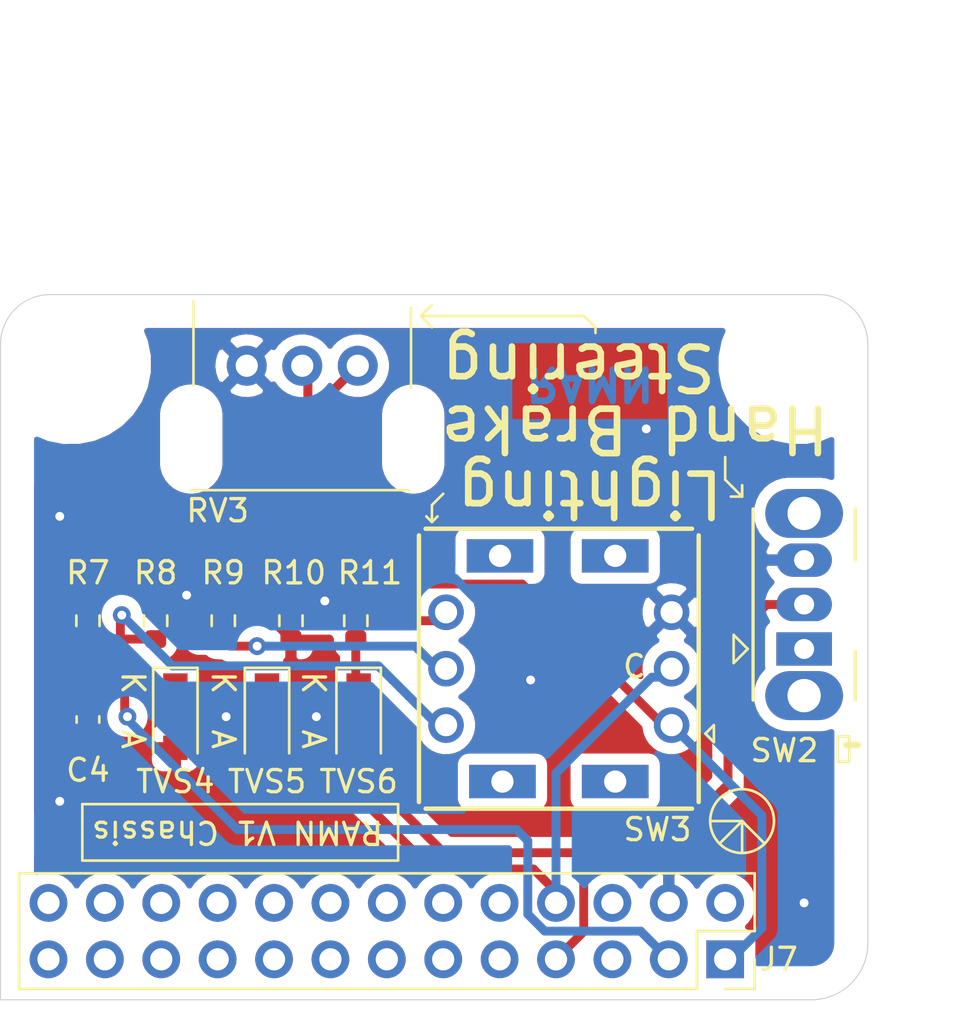
<source format=kicad_pcb>
(kicad_pcb (version 20171130) (host pcbnew "(5.1.9)-1")

  (general
    (thickness 1.6)
    (drawings 53)
    (tracks 106)
    (zones 0)
    (modules 18)
    (nets 31)
  )

  (page A4)
  (layers
    (0 F.Cu signal)
    (31 B.Cu signal)
    (32 B.Adhes user hide)
    (33 F.Adhes user hide)
    (34 B.Paste user hide)
    (35 F.Paste user hide)
    (36 B.SilkS user)
    (37 F.SilkS user)
    (38 B.Mask user hide)
    (39 F.Mask user hide)
    (40 Dwgs.User user hide)
    (41 Cmts.User user hide)
    (42 Eco1.User user)
    (43 Eco2.User user)
    (44 Edge.Cuts user)
    (45 Margin user hide)
    (46 B.CrtYd user hide)
    (47 F.CrtYd user)
    (48 B.Fab user hide)
    (49 F.Fab user hide)
  )

  (setup
    (last_trace_width 0.4)
    (trace_clearance 0.2)
    (zone_clearance 0.508)
    (zone_45_only no)
    (trace_min 0.2)
    (via_size 0.8)
    (via_drill 0.4)
    (via_min_size 0.4)
    (via_min_drill 0.3)
    (uvia_size 0.3)
    (uvia_drill 0.1)
    (uvias_allowed no)
    (uvia_min_size 0.2)
    (uvia_min_drill 0.1)
    (edge_width 0.05)
    (segment_width 0.2)
    (pcb_text_width 0.3)
    (pcb_text_size 1.5 1.5)
    (mod_edge_width 0.12)
    (mod_text_size 1 1)
    (mod_text_width 0.15)
    (pad_size 3.2 3.2)
    (pad_drill 3.2)
    (pad_to_mask_clearance 0)
    (aux_axis_origin 19.05 20.32)
    (visible_elements 7FFFFFFF)
    (pcbplotparams
      (layerselection 0x010e8_ffffffff)
      (usegerberextensions false)
      (usegerberattributes false)
      (usegerberadvancedattributes false)
      (creategerberjobfile false)
      (excludeedgelayer true)
      (linewidth 0.100000)
      (plotframeref false)
      (viasonmask false)
      (mode 1)
      (useauxorigin false)
      (hpglpennumber 1)
      (hpglpenspeed 20)
      (hpglpendiameter 15.000000)
      (psnegative false)
      (psa4output false)
      (plotreference true)
      (plotvalue true)
      (plotinvisibletext false)
      (padsonsilk false)
      (subtractmaskfromsilk false)
      (outputformat 4)
      (mirror false)
      (drillshape 0)
      (scaleselection 1)
      (outputdirectory "CAD/"))
  )

  (net 0 "")
  (net 1 GND)
  (net 2 /3V3_ECU)
  (net 3 SW1)
  (net 4 Wheel)
  (net 5 +5V)
  (net 6 Lamp)
  (net 7 "Net-(J7-Pad26)")
  (net 8 "Net-(J7-Pad25)")
  (net 9 "Net-(J7-Pad24)")
  (net 10 "Net-(J7-Pad23)")
  (net 11 "Net-(J7-Pad22)")
  (net 12 "Net-(J7-Pad21)")
  (net 13 "Net-(J7-Pad20)")
  (net 14 "Net-(J7-Pad19)")
  (net 15 "Net-(J7-Pad18)")
  (net 16 "Net-(J7-Pad17)")
  (net 17 "Net-(J7-Pad16)")
  (net 18 "Net-(J7-Pad15)")
  (net 19 "Net-(J7-Pad14)")
  (net 20 "Net-(J7-Pad13)")
  (net 21 "Net-(J7-Pad12)")
  (net 22 "Net-(J7-Pad11)")
  (net 23 "Net-(J7-Pad10)")
  (net 24 "Net-(J7-Pad9)")
  (net 25 "Net-(J7-Pad6)")
  (net 26 "Net-(J7-Pad5)")
  (net 27 "Net-(SW2-Pad1)")
  (net 28 "Net-(R7-Pad2)")
  (net 29 "Net-(R8-Pad2)")
  (net 30 "Net-(R10-Pad1)")

  (net_class Default "This is the default net class."
    (clearance 0.2)
    (trace_width 0.4)
    (via_dia 0.8)
    (via_drill 0.4)
    (uvia_dia 0.3)
    (uvia_drill 0.1)
    (add_net +5V)
    (add_net /3V3_ECU)
    (add_net GND)
    (add_net Lamp)
    (add_net "Net-(J7-Pad10)")
    (add_net "Net-(J7-Pad11)")
    (add_net "Net-(J7-Pad12)")
    (add_net "Net-(J7-Pad13)")
    (add_net "Net-(J7-Pad14)")
    (add_net "Net-(J7-Pad15)")
    (add_net "Net-(J7-Pad16)")
    (add_net "Net-(J7-Pad17)")
    (add_net "Net-(J7-Pad18)")
    (add_net "Net-(J7-Pad19)")
    (add_net "Net-(J7-Pad20)")
    (add_net "Net-(J7-Pad21)")
    (add_net "Net-(J7-Pad22)")
    (add_net "Net-(J7-Pad23)")
    (add_net "Net-(J7-Pad24)")
    (add_net "Net-(J7-Pad25)")
    (add_net "Net-(J7-Pad26)")
    (add_net "Net-(J7-Pad5)")
    (add_net "Net-(J7-Pad6)")
    (add_net "Net-(J7-Pad9)")
    (add_net "Net-(R10-Pad1)")
    (add_net "Net-(R7-Pad2)")
    (add_net "Net-(R8-Pad2)")
    (add_net "Net-(SW2-Pad1)")
    (add_net SW1)
    (add_net Wheel)
  )

  (module custom:RK09K1110A2S (layer F.Cu) (tedit 60337642) (tstamp 603376DF)
    (at 45.974 33.782 90)
    (path /5D829CAB)
    (fp_text reference RV3 (at -9.525 -3.81 180) (layer F.SilkS)
      (effects (font (size 1 1) (thickness 0.15)))
    )
    (fp_text value R_POT_TRIM_US (at 0.762 5.588 90) (layer F.Fab) hide
      (effects (font (size 1 1) (thickness 0.15)))
    )
    (fp_line (start 0.2 -4) (end 0.2 4.3) (layer Dwgs.User) (width 0.12))
    (fp_line (start -7.35 4.1) (end -5.25 4.1) (layer Dwgs.User) (width 0.12))
    (fp_line (start -7.35 4.1) (end -7.35 5.9) (layer Dwgs.User) (width 0.12))
    (fp_line (start -7.35 5.9) (end -5.25 5.9) (layer Dwgs.User) (width 0.12))
    (fp_line (start -5.25 5.9) (end -5.25 4.1) (layer Dwgs.User) (width 0.12))
    (fp_line (start -5.25 -4.1) (end -5.25 -5.9) (layer Dwgs.User) (width 0.12))
    (fp_line (start -7.35 -5.9) (end -5.25 -5.9) (layer Dwgs.User) (width 0.12))
    (fp_line (start -7.35 -4.1) (end -5.25 -4.1) (layer Dwgs.User) (width 0.12))
    (fp_line (start -7.35 -5.9) (end -7.35 -4.1) (layer Dwgs.User) (width 0.12))
    (fp_line (start -3.9 -4.9) (end -0.1 -4.9) (layer F.SilkS) (width 0.12))
    (fp_line (start -8.6 -5) (end -8.6 4.8) (layer F.SilkS) (width 0.12))
    (fp_line (start -4 4.9) (end -0.4 4.9) (layer F.SilkS) (width 0.12))
    (fp_line (start -9.5 -6.5) (end -9.5 6.5) (layer F.CrtYd) (width 0.12))
    (fp_line (start -9.5 6.5) (end 10.5 6.5) (layer F.CrtYd) (width 0.12))
    (fp_line (start -9.5 -6.5) (end 10.5 -6.5) (layer F.CrtYd) (width 0.12))
    (fp_line (start 10.5 -6.5) (end 10.5 6.5) (layer F.CrtYd) (width 0.12))
    (pad "" np_thru_hole oval (at -6.3 -5 90) (size 3.9 1.8) (drill oval 3.9 1.8) (layers *.Cu *.Mask)
      (zone_connect 0))
    (pad "" np_thru_hole oval (at -6.3 5 90) (size 3.9 1.8) (drill oval 3.9 1.8) (layers *.Cu *.Mask)
      (zone_connect 0))
    (pad 3 thru_hole circle (at -3 -2.5 90) (size 1.8 1.8) (drill 1) (layers *.Cu *.Mask)
      (net 1 GND))
    (pad 2 thru_hole circle (at -3 0 90) (size 1.8 1.8) (drill 1) (layers *.Cu *.Mask)
      (net 4 Wheel))
    (pad 1 thru_hole circle (at -3 2.5 90) (size 1.8 1.8) (drill 1) (layers *.Cu *.Mask)
      (net 2 /3V3_ECU))
    (model C:/Users/Camille/Desktop/KICAD/LIB/Licensed/rk09k1110a2s/RK09K1110-15.STEP
      (offset (xyz 0 0 6.3))
      (scale (xyz 1 1 1))
      (rotate (xyz -90 0 90))
    )
  )

  (module Fiducial:Fiducial_1mm_Mask2mm (layer F.Cu) (tedit 5C18CB26) (tstamp 603358B6)
    (at 34.544 57.912)
    (descr "Circular Fiducial, 1mm bare copper, 2mm soldermask opening (Level A)")
    (tags fiducial)
    (path /60337A1C)
    (attr smd)
    (fp_text reference FID3 (at 0 -2) (layer F.SilkS) hide
      (effects (font (size 1 1) (thickness 0.15)))
    )
    (fp_text value Fiducial (at 0 2) (layer F.Fab)
      (effects (font (size 1 1) (thickness 0.15)))
    )
    (fp_circle (center 0 0) (end 1.25 0) (layer F.CrtYd) (width 0.05))
    (fp_circle (center 0 0) (end 1 0) (layer F.Fab) (width 0.1))
    (fp_text user %R (at 0 0) (layer F.Fab)
      (effects (font (size 0.4 0.4) (thickness 0.06)))
    )
    (pad "" smd circle (at 0 0) (size 1 1) (layers F.Cu F.Mask)
      (solder_mask_margin 0.5) (clearance 0.5))
  )

  (module Fiducial:Fiducial_1mm_Mask2mm (layer F.Cu) (tedit 5C18CB26) (tstamp 603354DC)
    (at 69.342 57.912)
    (descr "Circular Fiducial, 1mm bare copper, 2mm soldermask opening (Level A)")
    (tags fiducial)
    (path /60337903)
    (attr smd)
    (fp_text reference FID2 (at 0 -2) (layer F.SilkS) hide
      (effects (font (size 1 1) (thickness 0.15)))
    )
    (fp_text value Fiducial (at 0 2) (layer F.Fab)
      (effects (font (size 1 1) (thickness 0.15)))
    )
    (fp_circle (center 0 0) (end 1.25 0) (layer F.CrtYd) (width 0.05))
    (fp_circle (center 0 0) (end 1 0) (layer F.Fab) (width 0.1))
    (fp_text user %R (at 0 0) (layer F.Fab)
      (effects (font (size 0.4 0.4) (thickness 0.06)))
    )
    (pad "" smd circle (at 0 0) (size 1 1) (layers F.Cu F.Mask)
      (solder_mask_margin 0.5) (clearance 0.5))
  )

  (module Fiducial:Fiducial_1mm_Mask2mm (layer F.Cu) (tedit 5C18CB26) (tstamp 603354D4)
    (at 34.544 41.148)
    (descr "Circular Fiducial, 1mm bare copper, 2mm soldermask opening (Level A)")
    (tags fiducial)
    (path /603362AF)
    (attr smd)
    (fp_text reference FID1 (at 0 -2) (layer F.SilkS) hide
      (effects (font (size 1 1) (thickness 0.15)))
    )
    (fp_text value Fiducial (at 0 2) (layer F.Fab)
      (effects (font (size 1 1) (thickness 0.15)))
    )
    (fp_circle (center 0 0) (end 1.25 0) (layer F.CrtYd) (width 0.05))
    (fp_circle (center 0 0) (end 1 0) (layer F.Fab) (width 0.1))
    (fp_text user %R (at 0 0) (layer F.Fab)
      (effects (font (size 0.4 0.4) (thickness 0.06)))
    )
    (pad "" smd circle (at 0 0) (size 1 1) (layers F.Cu F.Mask)
      (solder_mask_margin 0.5) (clearance 0.5))
  )

  (module Akiyuki_UI:NR01 (layer F.Cu) (tedit 602E1943) (tstamp 5FC0EE02)
    (at 57.531 50.419 180)
    (path /5FC0F272)
    (fp_text reference SW3 (at -4.445 -7.239) (layer F.SilkS)
      (effects (font (size 1 1) (thickness 0.15)))
    )
    (fp_text value NKK_NR01 (at 0 -7 180) (layer F.Fab) hide
      (effects (font (size 1 1) (thickness 0.15)))
    )
    (fp_line (start -6.3 -6) (end -6.3 6) (layer F.SilkS) (width 0.2))
    (fp_line (start -6 6.3) (end 6 6.3) (layer F.SilkS) (width 0.2))
    (fp_line (start 6.3 6) (end 6.3 -6) (layer F.SilkS) (width 0.2))
    (fp_line (start 6 -6.3) (end -6 -6.3) (layer F.SilkS) (width 0.2))
    (fp_text user C (at -3.4 0.1 180) (layer F.SilkS)
      (effects (font (size 1 1) (thickness 0.15)))
    )
    (pad "" thru_hole rect (at -2.54 5.08 180) (size 3 1.5) (drill 1) (layers *.Cu *.Mask))
    (pad "" thru_hole rect (at 2.65 5.08 180) (size 3 1.5) (drill 1) (layers *.Cu *.Mask))
    (pad "" thru_hole rect (at 2.54 -5.08 180) (size 3 1.5) (drill 1) (layers *.Cu *.Mask))
    (pad "" thru_hole rect (at -2.54 -5.08 180) (size 3 1.5) (drill 1) (layers *.Cu *.Mask))
    (pad 1 thru_hole circle (at -5.08 -2.54 180) (size 1.6 1.6) (drill 1) (layers *.Cu *.Mask)
      (net 2 /3V3_ECU))
    (pad 3 thru_hole circle (at -5.08 0 180) (size 1.6 1.6) (drill 1) (layers *.Cu *.Mask)
      (net 6 Lamp))
    (pad 5 thru_hole circle (at -5.08 2.54 180) (size 1.6 1.6) (drill 1) (layers *.Cu *.Mask)
      (net 1 GND))
    (pad 6 thru_hole circle (at 5.08 2.54 180) (size 1.6 1.6) (drill 1) (layers *.Cu *.Mask)
      (net 30 "Net-(R10-Pad1)"))
    (pad 2 thru_hole circle (at 5.08 -2.54 180) (size 1.6 1.6) (drill 1) (layers *.Cu *.Mask)
      (net 28 "Net-(R7-Pad2)"))
    (pad 4 thru_hole circle (at 5.08 0 180) (size 1.6 1.6) (drill 1) (layers *.Cu *.Mask)
      (net 29 "Net-(R8-Pad2)"))
    (model C:/Users/Camille/Desktop/KICAD/LIB/Licensed/NKKSWITCHES_NR01104ANG132A/NR01104ANG13-2A.stp
      (offset (xyz 0 0 10))
      (scale (xyz 1 1 1))
      (rotate (xyz -90 0 90))
    )
  )

  (module Diode_SMD:D_SOD-123F (layer F.Cu) (tedit 587F7769) (tstamp 602E1D35)
    (at 48.514 52.578 270)
    (descr D_SOD-123F)
    (tags D_SOD-123F)
    (path /602E7F61)
    (attr smd)
    (fp_text reference TVS6 (at 2.921 0 180) (layer F.SilkS)
      (effects (font (size 1 1) (thickness 0.15)))
    )
    (fp_text value D_TVS (at 0 2.1 90) (layer F.Fab)
      (effects (font (size 1 1) (thickness 0.15)))
    )
    (fp_line (start -2.2 -1) (end -2.2 1) (layer F.SilkS) (width 0.12))
    (fp_line (start 0.25 0) (end 0.75 0) (layer F.Fab) (width 0.1))
    (fp_line (start 0.25 0.4) (end -0.35 0) (layer F.Fab) (width 0.1))
    (fp_line (start 0.25 -0.4) (end 0.25 0.4) (layer F.Fab) (width 0.1))
    (fp_line (start -0.35 0) (end 0.25 -0.4) (layer F.Fab) (width 0.1))
    (fp_line (start -0.35 0) (end -0.35 0.55) (layer F.Fab) (width 0.1))
    (fp_line (start -0.35 0) (end -0.35 -0.55) (layer F.Fab) (width 0.1))
    (fp_line (start -0.75 0) (end -0.35 0) (layer F.Fab) (width 0.1))
    (fp_line (start -1.4 0.9) (end -1.4 -0.9) (layer F.Fab) (width 0.1))
    (fp_line (start 1.4 0.9) (end -1.4 0.9) (layer F.Fab) (width 0.1))
    (fp_line (start 1.4 -0.9) (end 1.4 0.9) (layer F.Fab) (width 0.1))
    (fp_line (start -1.4 -0.9) (end 1.4 -0.9) (layer F.Fab) (width 0.1))
    (fp_line (start -2.2 -1.15) (end 2.2 -1.15) (layer F.CrtYd) (width 0.05))
    (fp_line (start 2.2 -1.15) (end 2.2 1.15) (layer F.CrtYd) (width 0.05))
    (fp_line (start 2.2 1.15) (end -2.2 1.15) (layer F.CrtYd) (width 0.05))
    (fp_line (start -2.2 -1.15) (end -2.2 1.15) (layer F.CrtYd) (width 0.05))
    (fp_line (start -2.2 1) (end 1.65 1) (layer F.SilkS) (width 0.12))
    (fp_line (start -2.2 -1) (end 1.65 -1) (layer F.SilkS) (width 0.12))
    (fp_text user %R (at -0.127 -1.905 90) (layer F.Fab)
      (effects (font (size 1 1) (thickness 0.15)))
    )
    (pad 2 smd rect (at 1.4 0 270) (size 1.1 1.1) (layers F.Cu F.Paste F.Mask)
      (net 1 GND))
    (pad 1 smd rect (at -1.4 0 270) (size 1.1 1.1) (layers F.Cu F.Paste F.Mask)
      (net 3 SW1))
    (model ${KISYS3DMOD}/Diode_SMD.3dshapes/D_SOD-123F.wrl
      (at (xyz 0 0 0))
      (scale (xyz 1 1 1))
      (rotate (xyz 0 0 0))
    )
  )

  (module Diode_SMD:D_SOD-123F (layer F.Cu) (tedit 587F7769) (tstamp 602E1D1C)
    (at 44.3865 52.578 270)
    (descr D_SOD-123F)
    (tags D_SOD-123F)
    (path /602E62CB)
    (attr smd)
    (fp_text reference TVS5 (at 2.921 0 180) (layer F.SilkS)
      (effects (font (size 1 1) (thickness 0.15)))
    )
    (fp_text value D_TVS (at 0 2.1 90) (layer F.Fab)
      (effects (font (size 1 1) (thickness 0.15)))
    )
    (fp_line (start -2.2 -1) (end -2.2 1) (layer F.SilkS) (width 0.12))
    (fp_line (start 0.25 0) (end 0.75 0) (layer F.Fab) (width 0.1))
    (fp_line (start 0.25 0.4) (end -0.35 0) (layer F.Fab) (width 0.1))
    (fp_line (start 0.25 -0.4) (end 0.25 0.4) (layer F.Fab) (width 0.1))
    (fp_line (start -0.35 0) (end 0.25 -0.4) (layer F.Fab) (width 0.1))
    (fp_line (start -0.35 0) (end -0.35 0.55) (layer F.Fab) (width 0.1))
    (fp_line (start -0.35 0) (end -0.35 -0.55) (layer F.Fab) (width 0.1))
    (fp_line (start -0.75 0) (end -0.35 0) (layer F.Fab) (width 0.1))
    (fp_line (start -1.4 0.9) (end -1.4 -0.9) (layer F.Fab) (width 0.1))
    (fp_line (start 1.4 0.9) (end -1.4 0.9) (layer F.Fab) (width 0.1))
    (fp_line (start 1.4 -0.9) (end 1.4 0.9) (layer F.Fab) (width 0.1))
    (fp_line (start -1.4 -0.9) (end 1.4 -0.9) (layer F.Fab) (width 0.1))
    (fp_line (start -2.2 -1.15) (end 2.2 -1.15) (layer F.CrtYd) (width 0.05))
    (fp_line (start 2.2 -1.15) (end 2.2 1.15) (layer F.CrtYd) (width 0.05))
    (fp_line (start 2.2 1.15) (end -2.2 1.15) (layer F.CrtYd) (width 0.05))
    (fp_line (start -2.2 -1.15) (end -2.2 1.15) (layer F.CrtYd) (width 0.05))
    (fp_line (start -2.2 1) (end 1.65 1) (layer F.SilkS) (width 0.12))
    (fp_line (start -2.2 -1) (end 1.65 -1) (layer F.SilkS) (width 0.12))
    (fp_text user %R (at -0.127 -1.905 90) (layer F.Fab)
      (effects (font (size 1 1) (thickness 0.15)))
    )
    (pad 2 smd rect (at 1.4 0 270) (size 1.1 1.1) (layers F.Cu F.Paste F.Mask)
      (net 1 GND))
    (pad 1 smd rect (at -1.4 0 270) (size 1.1 1.1) (layers F.Cu F.Paste F.Mask)
      (net 6 Lamp))
    (model ${KISYS3DMOD}/Diode_SMD.3dshapes/D_SOD-123F.wrl
      (at (xyz 0 0 0))
      (scale (xyz 1 1 1))
      (rotate (xyz 0 0 0))
    )
  )

  (module Diode_SMD:D_SOD-123F (layer F.Cu) (tedit 587F7769) (tstamp 602E1D03)
    (at 40.259 52.578 270)
    (descr D_SOD-123F)
    (tags D_SOD-123F)
    (path /602E2082)
    (attr smd)
    (fp_text reference TVS4 (at 2.921 0 180) (layer F.SilkS)
      (effects (font (size 1 1) (thickness 0.15)))
    )
    (fp_text value D_TVS (at 0 2.1 90) (layer F.Fab)
      (effects (font (size 1 1) (thickness 0.15)))
    )
    (fp_line (start -2.2 -1) (end -2.2 1) (layer F.SilkS) (width 0.12))
    (fp_line (start 0.25 0) (end 0.75 0) (layer F.Fab) (width 0.1))
    (fp_line (start 0.25 0.4) (end -0.35 0) (layer F.Fab) (width 0.1))
    (fp_line (start 0.25 -0.4) (end 0.25 0.4) (layer F.Fab) (width 0.1))
    (fp_line (start -0.35 0) (end 0.25 -0.4) (layer F.Fab) (width 0.1))
    (fp_line (start -0.35 0) (end -0.35 0.55) (layer F.Fab) (width 0.1))
    (fp_line (start -0.35 0) (end -0.35 -0.55) (layer F.Fab) (width 0.1))
    (fp_line (start -0.75 0) (end -0.35 0) (layer F.Fab) (width 0.1))
    (fp_line (start -1.4 0.9) (end -1.4 -0.9) (layer F.Fab) (width 0.1))
    (fp_line (start 1.4 0.9) (end -1.4 0.9) (layer F.Fab) (width 0.1))
    (fp_line (start 1.4 -0.9) (end 1.4 0.9) (layer F.Fab) (width 0.1))
    (fp_line (start -1.4 -0.9) (end 1.4 -0.9) (layer F.Fab) (width 0.1))
    (fp_line (start -2.2 -1.15) (end 2.2 -1.15) (layer F.CrtYd) (width 0.05))
    (fp_line (start 2.2 -1.15) (end 2.2 1.15) (layer F.CrtYd) (width 0.05))
    (fp_line (start 2.2 1.15) (end -2.2 1.15) (layer F.CrtYd) (width 0.05))
    (fp_line (start -2.2 -1.15) (end -2.2 1.15) (layer F.CrtYd) (width 0.05))
    (fp_line (start -2.2 1) (end 1.65 1) (layer F.SilkS) (width 0.12))
    (fp_line (start -2.2 -1) (end 1.65 -1) (layer F.SilkS) (width 0.12))
    (fp_text user %R (at -0.127 -1.905 90) (layer F.Fab)
      (effects (font (size 1 1) (thickness 0.15)))
    )
    (pad 2 smd rect (at 1.4 0 270) (size 1.1 1.1) (layers F.Cu F.Paste F.Mask)
      (net 1 GND))
    (pad 1 smd rect (at -1.4 0 270) (size 1.1 1.1) (layers F.Cu F.Paste F.Mask)
      (net 4 Wheel))
    (model ${KISYS3DMOD}/Diode_SMD.3dshapes/D_SOD-123F.wrl
      (at (xyz 0 0 0))
      (scale (xyz 1 1 1))
      (rotate (xyz 0 0 0))
    )
  )

  (module MountingHole:MountingHole_3.2mm_M3_ISO7380 (layer F.Cu) (tedit 602E18E8) (tstamp 60225570)
    (at 35.56 36.703)
    (descr "Mounting Hole 3.2mm, no annular, M3, ISO7380")
    (tags "mounting hole 3.2mm no annular m3 iso7380")
    (path /60225AF5)
    (attr virtual)
    (fp_text reference H3 (at 0 -3.85) (layer F.SilkS) hide
      (effects (font (size 1 1) (thickness 0.15)))
    )
    (fp_text value MountingHole (at 0 3.85) (layer F.Fab)
      (effects (font (size 1 1) (thickness 0.15)))
    )
    (fp_circle (center 0 0) (end 3.1 0) (layer F.CrtYd) (width 0.05))
    (fp_circle (center 0 0) (end 2.85 0) (layer Cmts.User) (width 0.15))
    (fp_text user %R (at 0.3 0) (layer F.Fab)
      (effects (font (size 1 1) (thickness 0.15)))
    )
    (pad "" np_thru_hole circle (at 0 0) (size 3.2 3.2) (drill 3.2) (layers *.Cu *.Mask)
      (clearance 2))
  )

  (module Capacitor_SMD:C_0603_1608Metric (layer F.Cu) (tedit 5F68FEEE) (tstamp 60225568)
    (at 36.322 52.705 270)
    (descr "Capacitor SMD 0603 (1608 Metric), square (rectangular) end terminal, IPC_7351 nominal, (Body size source: IPC-SM-782 page 76, https://www.pcb-3d.com/wordpress/wp-content/uploads/ipc-sm-782a_amendment_1_and_2.pdf), generated with kicad-footprint-generator")
    (tags capacitor)
    (path /602262C9)
    (attr smd)
    (fp_text reference C4 (at 2.286 0 180) (layer F.SilkS)
      (effects (font (size 1 1) (thickness 0.15)))
    )
    (fp_text value 100nF (at 0 1.43 90) (layer F.Fab)
      (effects (font (size 1 1) (thickness 0.15)))
    )
    (fp_line (start 1.48 0.73) (end -1.48 0.73) (layer F.CrtYd) (width 0.05))
    (fp_line (start 1.48 -0.73) (end 1.48 0.73) (layer F.CrtYd) (width 0.05))
    (fp_line (start -1.48 -0.73) (end 1.48 -0.73) (layer F.CrtYd) (width 0.05))
    (fp_line (start -1.48 0.73) (end -1.48 -0.73) (layer F.CrtYd) (width 0.05))
    (fp_line (start -0.14058 0.51) (end 0.14058 0.51) (layer F.SilkS) (width 0.12))
    (fp_line (start -0.14058 -0.51) (end 0.14058 -0.51) (layer F.SilkS) (width 0.12))
    (fp_line (start 0.8 0.4) (end -0.8 0.4) (layer F.Fab) (width 0.1))
    (fp_line (start 0.8 -0.4) (end 0.8 0.4) (layer F.Fab) (width 0.1))
    (fp_line (start -0.8 -0.4) (end 0.8 -0.4) (layer F.Fab) (width 0.1))
    (fp_line (start -0.8 0.4) (end -0.8 -0.4) (layer F.Fab) (width 0.1))
    (fp_text user %R (at 0 0 90) (layer F.Fab)
      (effects (font (size 0.4 0.4) (thickness 0.06)))
    )
    (pad 2 smd roundrect (at 0.775 0 270) (size 0.9 0.95) (layers F.Cu F.Paste F.Mask) (roundrect_rratio 0.25)
      (net 1 GND))
    (pad 1 smd roundrect (at -0.775 0 270) (size 0.9 0.95) (layers F.Cu F.Paste F.Mask) (roundrect_rratio 0.25)
      (net 4 Wheel))
    (model ${KISYS3DMOD}/Capacitor_SMD.3dshapes/C_0603_1608Metric.wrl
      (at (xyz 0 0 0))
      (scale (xyz 1 1 1))
      (rotate (xyz 0 0 0))
    )
  )

  (module Resistor_SMD:R_0603_1608Metric (layer F.Cu) (tedit 5F68FEEE) (tstamp 5FC7397B)
    (at 48.387 48.26 90)
    (descr "Resistor SMD 0603 (1608 Metric), square (rectangular) end terminal, IPC_7351 nominal, (Body size source: IPC-SM-782 page 72, https://www.pcb-3d.com/wordpress/wp-content/uploads/ipc-sm-782a_amendment_1_and_2.pdf), generated with kicad-footprint-generator")
    (tags resistor)
    (path /5FC76E07)
    (attr smd)
    (fp_text reference R11 (at 2.159 0.635) (layer F.SilkS)
      (effects (font (size 1 1) (thickness 0.15)))
    )
    (fp_text value 10k (at 0 1.43 90) (layer F.Fab)
      (effects (font (size 1 1) (thickness 0.15)))
    )
    (fp_line (start -0.8 0.4125) (end -0.8 -0.4125) (layer F.Fab) (width 0.1))
    (fp_line (start -0.8 -0.4125) (end 0.8 -0.4125) (layer F.Fab) (width 0.1))
    (fp_line (start 0.8 -0.4125) (end 0.8 0.4125) (layer F.Fab) (width 0.1))
    (fp_line (start 0.8 0.4125) (end -0.8 0.4125) (layer F.Fab) (width 0.1))
    (fp_line (start -0.237258 -0.5225) (end 0.237258 -0.5225) (layer F.SilkS) (width 0.12))
    (fp_line (start -0.237258 0.5225) (end 0.237258 0.5225) (layer F.SilkS) (width 0.12))
    (fp_line (start -1.48 0.73) (end -1.48 -0.73) (layer F.CrtYd) (width 0.05))
    (fp_line (start -1.48 -0.73) (end 1.48 -0.73) (layer F.CrtYd) (width 0.05))
    (fp_line (start 1.48 -0.73) (end 1.48 0.73) (layer F.CrtYd) (width 0.05))
    (fp_line (start 1.48 0.73) (end -1.48 0.73) (layer F.CrtYd) (width 0.05))
    (fp_text user %R (at 0 0 90) (layer F.Fab)
      (effects (font (size 0.4 0.4) (thickness 0.06)))
    )
    (pad 2 smd roundrect (at 0.825 0 90) (size 0.8 0.95) (layers F.Cu F.Paste F.Mask) (roundrect_rratio 0.25)
      (net 2 /3V3_ECU))
    (pad 1 smd roundrect (at -0.825 0 90) (size 0.8 0.95) (layers F.Cu F.Paste F.Mask) (roundrect_rratio 0.25)
      (net 3 SW1))
    (model ${KISYS3DMOD}/Resistor_SMD.3dshapes/R_0603_1608Metric.wrl
      (at (xyz 0 0 0))
      (scale (xyz 1 1 1))
      (rotate (xyz 0 0 0))
    )
  )

  (module Resistor_SMD:R_0603_1608Metric (layer F.Cu) (tedit 5F68FEEE) (tstamp 5FC0F83B)
    (at 45.466 48.26 270)
    (descr "Resistor SMD 0603 (1608 Metric), square (rectangular) end terminal, IPC_7351 nominal, (Body size source: IPC-SM-782 page 72, https://www.pcb-3d.com/wordpress/wp-content/uploads/ipc-sm-782a_amendment_1_and_2.pdf), generated with kicad-footprint-generator")
    (tags resistor)
    (path /5FC1E6F1)
    (attr smd)
    (fp_text reference R10 (at -2.159 -0.127) (layer F.SilkS)
      (effects (font (size 1 1) (thickness 0.15)))
    )
    (fp_text value 10k (at 0 1.43 90) (layer F.Fab)
      (effects (font (size 1 1) (thickness 0.15)))
    )
    (fp_line (start 1.48 0.73) (end -1.48 0.73) (layer F.CrtYd) (width 0.05))
    (fp_line (start 1.48 -0.73) (end 1.48 0.73) (layer F.CrtYd) (width 0.05))
    (fp_line (start -1.48 -0.73) (end 1.48 -0.73) (layer F.CrtYd) (width 0.05))
    (fp_line (start -1.48 0.73) (end -1.48 -0.73) (layer F.CrtYd) (width 0.05))
    (fp_line (start -0.237258 0.5225) (end 0.237258 0.5225) (layer F.SilkS) (width 0.12))
    (fp_line (start -0.237258 -0.5225) (end 0.237258 -0.5225) (layer F.SilkS) (width 0.12))
    (fp_line (start 0.8 0.4125) (end -0.8 0.4125) (layer F.Fab) (width 0.1))
    (fp_line (start 0.8 -0.4125) (end 0.8 0.4125) (layer F.Fab) (width 0.1))
    (fp_line (start -0.8 -0.4125) (end 0.8 -0.4125) (layer F.Fab) (width 0.1))
    (fp_line (start -0.8 0.4125) (end -0.8 -0.4125) (layer F.Fab) (width 0.1))
    (fp_text user %R (at 0 0 90) (layer F.Fab)
      (effects (font (size 0.4 0.4) (thickness 0.06)))
    )
    (pad 2 smd roundrect (at 0.825 0 270) (size 0.8 0.95) (layers F.Cu F.Paste F.Mask) (roundrect_rratio 0.25)
      (net 1 GND))
    (pad 1 smd roundrect (at -0.825 0 270) (size 0.8 0.95) (layers F.Cu F.Paste F.Mask) (roundrect_rratio 0.25)
      (net 30 "Net-(R10-Pad1)"))
    (model ${KISYS3DMOD}/Resistor_SMD.3dshapes/R_0603_1608Metric.wrl
      (at (xyz 0 0 0))
      (scale (xyz 1 1 1))
      (rotate (xyz 0 0 0))
    )
  )

  (module Resistor_SMD:R_0603_1608Metric (layer F.Cu) (tedit 5F68FEEE) (tstamp 5FC0F82A)
    (at 42.418 48.26 90)
    (descr "Resistor SMD 0603 (1608 Metric), square (rectangular) end terminal, IPC_7351 nominal, (Body size source: IPC-SM-782 page 72, https://www.pcb-3d.com/wordpress/wp-content/uploads/ipc-sm-782a_amendment_1_and_2.pdf), generated with kicad-footprint-generator")
    (tags resistor)
    (path /5FC1C8F6)
    (attr smd)
    (fp_text reference R9 (at 2.159 0) (layer F.SilkS)
      (effects (font (size 1 1) (thickness 0.15)))
    )
    (fp_text value 10k (at 0 1.43 90) (layer F.Fab)
      (effects (font (size 1 1) (thickness 0.15)))
    )
    (fp_line (start 1.48 0.73) (end -1.48 0.73) (layer F.CrtYd) (width 0.05))
    (fp_line (start 1.48 -0.73) (end 1.48 0.73) (layer F.CrtYd) (width 0.05))
    (fp_line (start -1.48 -0.73) (end 1.48 -0.73) (layer F.CrtYd) (width 0.05))
    (fp_line (start -1.48 0.73) (end -1.48 -0.73) (layer F.CrtYd) (width 0.05))
    (fp_line (start -0.237258 0.5225) (end 0.237258 0.5225) (layer F.SilkS) (width 0.12))
    (fp_line (start -0.237258 -0.5225) (end 0.237258 -0.5225) (layer F.SilkS) (width 0.12))
    (fp_line (start 0.8 0.4125) (end -0.8 0.4125) (layer F.Fab) (width 0.1))
    (fp_line (start 0.8 -0.4125) (end 0.8 0.4125) (layer F.Fab) (width 0.1))
    (fp_line (start -0.8 -0.4125) (end 0.8 -0.4125) (layer F.Fab) (width 0.1))
    (fp_line (start -0.8 0.4125) (end -0.8 -0.4125) (layer F.Fab) (width 0.1))
    (fp_text user %R (at 0 0 90) (layer F.Fab)
      (effects (font (size 0.4 0.4) (thickness 0.06)))
    )
    (pad 2 smd roundrect (at 0.825 0 90) (size 0.8 0.95) (layers F.Cu F.Paste F.Mask) (roundrect_rratio 0.25)
      (net 30 "Net-(R10-Pad1)"))
    (pad 1 smd roundrect (at -0.825 0 90) (size 0.8 0.95) (layers F.Cu F.Paste F.Mask) (roundrect_rratio 0.25)
      (net 29 "Net-(R8-Pad2)"))
    (model ${KISYS3DMOD}/Resistor_SMD.3dshapes/R_0603_1608Metric.wrl
      (at (xyz 0 0 0))
      (scale (xyz 1 1 1))
      (rotate (xyz 0 0 0))
    )
  )

  (module Resistor_SMD:R_0603_1608Metric (layer F.Cu) (tedit 5F68FEEE) (tstamp 5FC0F819)
    (at 39.37 48.26 90)
    (descr "Resistor SMD 0603 (1608 Metric), square (rectangular) end terminal, IPC_7351 nominal, (Body size source: IPC-SM-782 page 72, https://www.pcb-3d.com/wordpress/wp-content/uploads/ipc-sm-782a_amendment_1_and_2.pdf), generated with kicad-footprint-generator")
    (tags resistor)
    (path /5FC1B743)
    (attr smd)
    (fp_text reference R8 (at 2.159 0) (layer F.SilkS)
      (effects (font (size 1 1) (thickness 0.15)))
    )
    (fp_text value 10k (at 0 1.43 90) (layer F.Fab)
      (effects (font (size 1 1) (thickness 0.15)))
    )
    (fp_line (start 1.48 0.73) (end -1.48 0.73) (layer F.CrtYd) (width 0.05))
    (fp_line (start 1.48 -0.73) (end 1.48 0.73) (layer F.CrtYd) (width 0.05))
    (fp_line (start -1.48 -0.73) (end 1.48 -0.73) (layer F.CrtYd) (width 0.05))
    (fp_line (start -1.48 0.73) (end -1.48 -0.73) (layer F.CrtYd) (width 0.05))
    (fp_line (start -0.237258 0.5225) (end 0.237258 0.5225) (layer F.SilkS) (width 0.12))
    (fp_line (start -0.237258 -0.5225) (end 0.237258 -0.5225) (layer F.SilkS) (width 0.12))
    (fp_line (start 0.8 0.4125) (end -0.8 0.4125) (layer F.Fab) (width 0.1))
    (fp_line (start 0.8 -0.4125) (end 0.8 0.4125) (layer F.Fab) (width 0.1))
    (fp_line (start -0.8 -0.4125) (end 0.8 -0.4125) (layer F.Fab) (width 0.1))
    (fp_line (start -0.8 0.4125) (end -0.8 -0.4125) (layer F.Fab) (width 0.1))
    (fp_text user %R (at 0 0 90) (layer F.Fab)
      (effects (font (size 0.4 0.4) (thickness 0.06)))
    )
    (pad 2 smd roundrect (at 0.825 0 90) (size 0.8 0.95) (layers F.Cu F.Paste F.Mask) (roundrect_rratio 0.25)
      (net 29 "Net-(R8-Pad2)"))
    (pad 1 smd roundrect (at -0.825 0 90) (size 0.8 0.95) (layers F.Cu F.Paste F.Mask) (roundrect_rratio 0.25)
      (net 28 "Net-(R7-Pad2)"))
    (model ${KISYS3DMOD}/Resistor_SMD.3dshapes/R_0603_1608Metric.wrl
      (at (xyz 0 0 0))
      (scale (xyz 1 1 1))
      (rotate (xyz 0 0 0))
    )
  )

  (module Resistor_SMD:R_0603_1608Metric (layer F.Cu) (tedit 5F68FEEE) (tstamp 5FC0F808)
    (at 36.322 48.26 270)
    (descr "Resistor SMD 0603 (1608 Metric), square (rectangular) end terminal, IPC_7351 nominal, (Body size source: IPC-SM-782 page 72, https://www.pcb-3d.com/wordpress/wp-content/uploads/ipc-sm-782a_amendment_1_and_2.pdf), generated with kicad-footprint-generator")
    (tags resistor)
    (path /5FC11ACA)
    (attr smd)
    (fp_text reference R7 (at -2.159 0 180) (layer F.SilkS)
      (effects (font (size 1 1) (thickness 0.15)))
    )
    (fp_text value 10k (at 0 1.43 90) (layer F.Fab)
      (effects (font (size 1 1) (thickness 0.15)))
    )
    (fp_line (start 1.48 0.73) (end -1.48 0.73) (layer F.CrtYd) (width 0.05))
    (fp_line (start 1.48 -0.73) (end 1.48 0.73) (layer F.CrtYd) (width 0.05))
    (fp_line (start -1.48 -0.73) (end 1.48 -0.73) (layer F.CrtYd) (width 0.05))
    (fp_line (start -1.48 0.73) (end -1.48 -0.73) (layer F.CrtYd) (width 0.05))
    (fp_line (start -0.237258 0.5225) (end 0.237258 0.5225) (layer F.SilkS) (width 0.12))
    (fp_line (start -0.237258 -0.5225) (end 0.237258 -0.5225) (layer F.SilkS) (width 0.12))
    (fp_line (start 0.8 0.4125) (end -0.8 0.4125) (layer F.Fab) (width 0.1))
    (fp_line (start 0.8 -0.4125) (end 0.8 0.4125) (layer F.Fab) (width 0.1))
    (fp_line (start -0.8 -0.4125) (end 0.8 -0.4125) (layer F.Fab) (width 0.1))
    (fp_line (start -0.8 0.4125) (end -0.8 -0.4125) (layer F.Fab) (width 0.1))
    (fp_text user %R (at 0 0 90) (layer F.Fab)
      (effects (font (size 0.4 0.4) (thickness 0.06)))
    )
    (pad 2 smd roundrect (at 0.825 0 270) (size 0.8 0.95) (layers F.Cu F.Paste F.Mask) (roundrect_rratio 0.25)
      (net 28 "Net-(R7-Pad2)"))
    (pad 1 smd roundrect (at -0.825 0 270) (size 0.8 0.95) (layers F.Cu F.Paste F.Mask) (roundrect_rratio 0.25)
      (net 2 /3V3_ECU))
    (model ${KISYS3DMOD}/Resistor_SMD.3dshapes/R_0603_1608Metric.wrl
      (at (xyz 0 0 0))
      (scale (xyz 1 1 1))
      (rotate (xyz 0 0 0))
    )
  )

  (module MountingHole:MountingHole_3.2mm_M3_ISO7380 (layer F.Cu) (tedit 602E18EF) (tstamp 5FC0F799)
    (at 68.326 36.703)
    (descr "Mounting Hole 3.2mm, no annular, M3, ISO7380")
    (tags "mounting hole 3.2mm no annular m3 iso7380")
    (path /5FC10AC6)
    (attr virtual)
    (fp_text reference H4 (at 0 -2.54) (layer F.SilkS) hide
      (effects (font (size 1 1) (thickness 0.15)))
    )
    (fp_text value MountingHole (at 0 3.85) (layer F.Fab)
      (effects (font (size 1 1) (thickness 0.15)))
    )
    (fp_circle (center 0 0) (end 3.1 0) (layer F.CrtYd) (width 0.05))
    (fp_circle (center 0 0) (end 2.85 0) (layer Cmts.User) (width 0.15))
    (fp_text user %R (at 0.3 0) (layer F.Fab)
      (effects (font (size 1 1) (thickness 0.15)))
    )
    (pad "" np_thru_hole circle (at 0 0) (size 3.2 3.2) (drill 3.2) (layers *.Cu *.Mask)
      (clearance 2))
  )

  (module Connector_PinSocket_2.54mm:PinSocket_2x13_P2.54mm_Vertical (layer F.Cu) (tedit 5A19A430) (tstamp 5D80B353)
    (at 65.024 63.5 270)
    (descr "Through hole straight socket strip, 2x13, 2.54mm pitch, double cols (from Kicad 4.0.7), script generated")
    (tags "Through hole socket strip THT 2x13 2.54mm double row")
    (path /5D87B279)
    (fp_text reference J7 (at 0 -2.413 180) (layer F.SilkS)
      (effects (font (size 1 1) (thickness 0.15)))
    )
    (fp_text value " " (at -1.27 33.25 270) (layer F.Fab)
      (effects (font (size 1 1) (thickness 0.15)))
    )
    (fp_line (start -3.81 -1.27) (end 0.27 -1.27) (layer F.Fab) (width 0.1))
    (fp_line (start 0.27 -1.27) (end 1.27 -0.27) (layer F.Fab) (width 0.1))
    (fp_line (start 1.27 -0.27) (end 1.27 31.75) (layer F.Fab) (width 0.1))
    (fp_line (start 1.27 31.75) (end -3.81 31.75) (layer F.Fab) (width 0.1))
    (fp_line (start -3.81 31.75) (end -3.81 -1.27) (layer F.Fab) (width 0.1))
    (fp_line (start -3.87 -1.33) (end -1.27 -1.33) (layer F.SilkS) (width 0.12))
    (fp_line (start -3.87 -1.33) (end -3.87 31.81) (layer F.SilkS) (width 0.12))
    (fp_line (start -3.87 31.81) (end 1.33 31.81) (layer F.SilkS) (width 0.12))
    (fp_line (start 1.33 1.27) (end 1.33 31.81) (layer F.SilkS) (width 0.12))
    (fp_line (start -1.27 1.27) (end 1.33 1.27) (layer F.SilkS) (width 0.12))
    (fp_line (start -1.27 -1.33) (end -1.27 1.27) (layer F.SilkS) (width 0.12))
    (fp_line (start 1.33 -1.33) (end 1.33 0) (layer F.SilkS) (width 0.12))
    (fp_line (start 0 -1.33) (end 1.33 -1.33) (layer F.SilkS) (width 0.12))
    (fp_line (start -4.34 -1.8) (end 1.76 -1.8) (layer F.CrtYd) (width 0.05))
    (fp_line (start 1.76 -1.8) (end 1.76 32.25) (layer F.CrtYd) (width 0.05))
    (fp_line (start 1.76 32.25) (end -4.34 32.25) (layer F.CrtYd) (width 0.05))
    (fp_line (start -4.34 32.25) (end -4.34 -1.8) (layer F.CrtYd) (width 0.05))
    (fp_text user %R (at -1.27 15.24 180) (layer F.Fab)
      (effects (font (size 1 1) (thickness 0.15)))
    )
    (pad 26 thru_hole oval (at -2.54 30.48 270) (size 1.7 1.7) (drill 1) (layers *.Cu *.Mask)
      (net 7 "Net-(J7-Pad26)"))
    (pad 25 thru_hole oval (at 0 30.48 270) (size 1.7 1.7) (drill 1) (layers *.Cu *.Mask)
      (net 8 "Net-(J7-Pad25)"))
    (pad 24 thru_hole oval (at -2.54 27.94 270) (size 1.7 1.7) (drill 1) (layers *.Cu *.Mask)
      (net 9 "Net-(J7-Pad24)"))
    (pad 23 thru_hole oval (at 0 27.94 270) (size 1.7 1.7) (drill 1) (layers *.Cu *.Mask)
      (net 10 "Net-(J7-Pad23)"))
    (pad 22 thru_hole oval (at -2.54 25.4 270) (size 1.7 1.7) (drill 1) (layers *.Cu *.Mask)
      (net 11 "Net-(J7-Pad22)"))
    (pad 21 thru_hole oval (at 0 25.4 270) (size 1.7 1.7) (drill 1) (layers *.Cu *.Mask)
      (net 12 "Net-(J7-Pad21)"))
    (pad 20 thru_hole oval (at -2.54 22.86 270) (size 1.7 1.7) (drill 1) (layers *.Cu *.Mask)
      (net 13 "Net-(J7-Pad20)"))
    (pad 19 thru_hole oval (at 0 22.86 270) (size 1.7 1.7) (drill 1) (layers *.Cu *.Mask)
      (net 14 "Net-(J7-Pad19)"))
    (pad 18 thru_hole oval (at -2.54 20.32 270) (size 1.7 1.7) (drill 1) (layers *.Cu *.Mask)
      (net 15 "Net-(J7-Pad18)"))
    (pad 17 thru_hole oval (at 0 20.32 270) (size 1.7 1.7) (drill 1) (layers *.Cu *.Mask)
      (net 16 "Net-(J7-Pad17)"))
    (pad 16 thru_hole oval (at -2.54 17.78 270) (size 1.7 1.7) (drill 1) (layers *.Cu *.Mask)
      (net 17 "Net-(J7-Pad16)"))
    (pad 15 thru_hole oval (at 0 17.78 270) (size 1.7 1.7) (drill 1) (layers *.Cu *.Mask)
      (net 18 "Net-(J7-Pad15)"))
    (pad 14 thru_hole oval (at -2.54 15.24 270) (size 1.7 1.7) (drill 1) (layers *.Cu *.Mask)
      (net 19 "Net-(J7-Pad14)"))
    (pad 13 thru_hole oval (at 0 15.24 270) (size 1.7 1.7) (drill 1) (layers *.Cu *.Mask)
      (net 20 "Net-(J7-Pad13)"))
    (pad 12 thru_hole oval (at -2.54 12.7 270) (size 1.7 1.7) (drill 1) (layers *.Cu *.Mask)
      (net 21 "Net-(J7-Pad12)"))
    (pad 11 thru_hole oval (at 0 12.7 270) (size 1.7 1.7) (drill 1) (layers *.Cu *.Mask)
      (net 22 "Net-(J7-Pad11)"))
    (pad 10 thru_hole oval (at -2.54 10.16 270) (size 1.7 1.7) (drill 1) (layers *.Cu *.Mask)
      (net 23 "Net-(J7-Pad10)"))
    (pad 9 thru_hole oval (at 0 10.16 270) (size 1.7 1.7) (drill 1) (layers *.Cu *.Mask)
      (net 24 "Net-(J7-Pad9)"))
    (pad 8 thru_hole oval (at -2.54 7.62 270) (size 1.7 1.7) (drill 1) (layers *.Cu *.Mask)
      (net 6 Lamp))
    (pad 7 thru_hole oval (at 0 7.62 270) (size 1.7 1.7) (drill 1) (layers *.Cu *.Mask)
      (net 3 SW1))
    (pad 6 thru_hole oval (at -2.54 5.08 270) (size 1.7 1.7) (drill 1) (layers *.Cu *.Mask)
      (net 25 "Net-(J7-Pad6)"))
    (pad 5 thru_hole oval (at 0 5.08 270) (size 1.7 1.7) (drill 1) (layers *.Cu *.Mask)
      (net 26 "Net-(J7-Pad5)"))
    (pad 4 thru_hole oval (at -2.54 2.54 270) (size 1.7 1.7) (drill 1) (layers *.Cu *.Mask)
      (net 1 GND))
    (pad 3 thru_hole oval (at 0 2.54 270) (size 1.7 1.7) (drill 1) (layers *.Cu *.Mask)
      (net 4 Wheel))
    (pad 2 thru_hole oval (at -2.54 0 270) (size 1.7 1.7) (drill 1) (layers *.Cu *.Mask)
      (net 5 +5V))
    (pad 1 thru_hole rect (at 0 0 270) (size 1.7 1.7) (drill 1) (layers *.Cu *.Mask)
      (net 2 /3V3_ECU))
    (model ${KISYS3DMOD}/Connector_PinSocket_2.54mm.3dshapes/PinSocket_2x13_P2.54mm_Vertical.wrl
      (at (xyz 0 0 0))
      (scale (xyz 1 1 1))
      (rotate (xyz 0 0 0))
    )
    (model ${KISYS3DMOD}/Connector_PinHeader_2.54mm.3dshapes/PinHeader_2x13_P2.54mm_Vertical.wrl
      (offset (xyz -2.54 -30.48 2))
      (scale (xyz 1 1 1))
      (rotate (xyz 180 0 0))
    )
  )

  (module Button_Switch_THT:SW_CuK_OS102011MA1QN1_SPDT_Angled (layer F.Cu) (tedit 5A02FE31) (tstamp 5FC0CD9C)
    (at 68.58 49.53 90)
    (descr "CuK miniature slide switch, OS series, SPDT, right angle, http://www.ckswitches.com/media/1428/os.pdf")
    (tags "switch SPDT")
    (path /5D823D3F)
    (fp_text reference SW2 (at -4.572 -0.889 unlocked) (layer F.SilkS)
      (effects (font (size 1 1) (thickness 0.15)))
    )
    (fp_text value " " (at 1.7 7.7 90) (layer F.Fab)
      (effects (font (size 1 1) (thickness 0.15)))
    )
    (fp_line (start -3.7 -2.7) (end 7.7 -2.7) (layer F.CrtYd) (width 0.05))
    (fp_line (start -3.7 6.7) (end -3.7 -2.7) (layer F.CrtYd) (width 0.05))
    (fp_line (start 7.7 6.7) (end -3.7 6.7) (layer F.CrtYd) (width 0.05))
    (fp_line (start 7.7 -2.7) (end 7.7 6.7) (layer F.CrtYd) (width 0.05))
    (fp_line (start 4 2.3) (end 6.3 2.3) (layer F.SilkS) (width 0.15))
    (fp_line (start -2.3 2.3) (end -0.1 2.3) (layer F.SilkS) (width 0.15))
    (fp_line (start -2.3 -2.3) (end 6.3 -2.3) (layer F.SilkS) (width 0.15))
    (fp_line (start 0 6.2) (end 0 2.2) (layer F.Fab) (width 0.1))
    (fp_line (start 2 6.2) (end 0 6.2) (layer F.Fab) (width 0.1))
    (fp_line (start 2 2.2) (end 2 6.2) (layer F.Fab) (width 0.1))
    (fp_line (start 6.3 2.2) (end 6.3 -2.2) (layer F.Fab) (width 0.1))
    (fp_line (start -2.3 2.2) (end 6.3 2.2) (layer F.Fab) (width 0.1))
    (fp_line (start -2.3 -2.2) (end -2.3 2.2) (layer F.Fab) (width 0.1))
    (fp_line (start -2.3 -2.2) (end 6.3 -2.2) (layer F.Fab) (width 0.1))
    (fp_text user %R (at 2.3 1.7 90) (layer F.Fab)
      (effects (font (size 0.5 0.5) (thickness 0.1)))
    )
    (pad 1 thru_hole rect (at 0 0 90) (size 1.5 2.5) (drill 0.9) (layers *.Cu *.Mask)
      (net 27 "Net-(SW2-Pad1)"))
    (pad 2 thru_hole oval (at 2 0 90) (size 1.5 2.5) (drill 0.9) (layers *.Cu *.Mask)
      (net 3 SW1))
    (pad 3 thru_hole oval (at 4 0 90) (size 1.5 2.5) (drill 0.9) (layers *.Cu *.Mask)
      (net 1 GND))
    (pad "" thru_hole oval (at -2.1 0 90) (size 2.2 3.5) (drill 1.5) (layers *.Cu *.Mask))
    (pad "" thru_hole oval (at 6.1 0 90) (size 2.2 3.5) (drill 1.5) (layers *.Cu *.Mask))
    (model ${KISYS3DMOD}/Button_Switch_THT.3dshapes/SW_CuK_OS102011MA1QN1_SPDT_Angled.wrl
      (at (xyz 0 0 0))
      (scale (xyz 1 1 1))
      (rotate (xyz 0 0 0))
    )
    (model C:/Users/Camille/Desktop/KICAD/LIB/Licensed/CKCOMPONENTS_OS102011MA1QN1/OS102011MA1QN1.stp
      (offset (xyz 2 0 4.2))
      (scale (xyz 1 1 1))
      (rotate (xyz -90 0 0))
    )
  )

  (gr_text A (at 46.482 53.594 -90) (layer F.SilkS) (tstamp 60335BC8)
    (effects (font (size 1 1) (thickness 0.15)))
  )
  (gr_text A (at 42.418 53.594 -90) (layer F.SilkS) (tstamp 60335BC8)
    (effects (font (size 1 1) (thickness 0.15)))
  )
  (gr_text A (at 38.354 53.594 -90) (layer F.SilkS) (tstamp 60335BC5)
    (effects (font (size 1 1) (thickness 0.15)))
  )
  (gr_text K (at 38.354 51.054 270) (layer F.SilkS)
    (effects (font (size 1 1) (thickness 0.15)))
  )
  (gr_text K (at 42.418 51.054 270) (layer F.SilkS)
    (effects (font (size 1 1) (thickness 0.15)))
  )
  (gr_text K (at 46.482 51.054 270) (layer F.SilkS)
    (effects (font (size 1 1) (thickness 0.15)))
  )
  (gr_line (start 59.182 35.052) (end 59.182 35.306) (layer F.SilkS) (width 0.12))
  (gr_line (start 51.308 34.544) (end 51.816 35.052) (layer F.SilkS) (width 0.12))
  (gr_line (start 51.308 34.544) (end 51.816 34.036) (layer F.SilkS) (width 0.12))
  (gr_line (start 58.674 34.544) (end 51.308 34.544) (layer F.SilkS) (width 0.12))
  (gr_line (start 59.182 35.052) (end 58.674 34.544) (layer F.SilkS) (width 0.12))
  (gr_line (start 65.786 42.672) (end 65.278 42.672) (layer F.SilkS) (width 0.12))
  (gr_line (start 65.786 42.164) (end 65.786 42.672) (layer F.SilkS) (width 0.12) (tstamp 602E9FC0))
  (gr_line (start 65.786 42.672) (end 65.786 42.164) (layer F.SilkS) (width 0.12))
  (gr_line (start 65.024 41.91) (end 65.786 42.672) (layer F.SilkS) (width 0.12))
  (gr_line (start 65.024 40.894) (end 65.024 41.91) (layer F.SilkS) (width 0.12))
  (gr_line (start 51.816 43.815) (end 52.07 43.561) (layer F.SilkS) (width 0.12))
  (gr_line (start 51.562 43.561) (end 51.816 43.815) (layer F.SilkS) (width 0.12) (tstamp 602E9FBF))
  (gr_line (start 51.816 43.053) (end 51.816 43.815) (layer F.SilkS) (width 0.12))
  (gr_line (start 52.324 42.545) (end 51.816 43.053) (layer F.SilkS) (width 0.12))
  (gr_text Steering (at 58.42 36.83 180) (layer F.SilkS)
    (effects (font (size 2 2) (thickness 0.3)))
  )
  (gr_line (start 70.485 53.848) (end 70.993 53.848) (layer F.SilkS) (width 0.3))
  (gr_line (start 70.612 53.467) (end 70.104 53.467) (layer F.SilkS) (width 0.12) (tstamp 602E98A6))
  (gr_line (start 70.612 54.61) (end 70.612 53.467) (layer F.SilkS) (width 0.12))
  (gr_line (start 70.104 54.61) (end 70.612 54.61) (layer F.SilkS) (width 0.12))
  (gr_line (start 70.104 53.467) (end 70.104 54.61) (layer F.SilkS) (width 0.12))
  (gr_text Lighting (at 58.928 42.545 180) (layer F.SilkS) (tstamp 602E980A)
    (effects (font (size 2 2) (thickness 0.3)))
  )
  (gr_text "Hand Brake" (at 60.96 39.624 180) (layer F.SilkS)
    (effects (font (size 2 2) (thickness 0.3)))
  )
  (gr_line (start 65.786 57.277) (end 64.34916 57.277) (layer F.SilkS) (width 0.12) (tstamp 602E83E5))
  (gr_line (start 65.786 57.277) (end 65.786 58.71384) (layer F.SilkS) (width 0.12) (tstamp 602E83E4))
  (gr_line (start 65.786 57.277) (end 64.77 58.293) (layer F.SilkS) (width 0.12))
  (gr_line (start 65.786 57.277) (end 66.802 58.293) (layer F.SilkS) (width 0.12))
  (gr_circle (center 65.786 57.277) (end 66.802 58.293) (layer F.SilkS) (width 0.12))
  (dimension 39.065274 (width 0.15) (layer Dwgs.User)
    (gr_text "39.065 mm" (at 51.895296 26.52584 0.1117601564) (layer Dwgs.User)
      (effects (font (size 1 1) (thickness 0.15)))
    )
    (feature1 (pts (xy 71.4502 37.9222) (xy 71.429288 27.201319)))
    (feature2 (pts (xy 32.385 37.9984) (xy 32.364088 27.277519)))
    (crossbar (pts (xy 32.365232 27.863938) (xy 71.430432 27.787738)))
    (arrow1a (pts (xy 71.430432 27.787738) (xy 70.305074 28.376355)))
    (arrow1b (pts (xy 71.430432 27.787738) (xy 70.302787 27.203516)))
    (arrow2a (pts (xy 32.365232 27.863938) (xy 33.492877 28.44816)))
    (arrow2b (pts (xy 32.365232 27.863938) (xy 33.49059 27.275321)))
  )
  (gr_line (start 64.516 53.721) (end 64.135 53.34) (layer F.SilkS) (width 0.12) (tstamp 5FC7598F))
  (gr_line (start 64.516 52.959) (end 64.516 53.721) (layer F.SilkS) (width 0.12))
  (gr_line (start 64.135 53.34) (end 64.516 52.959) (layer F.SilkS) (width 0.12))
  (gr_arc (start 68.91 62.78) (end 68.91 65.32) (angle -90) (layer Edge.Cuts) (width 0.05) (tstamp 5FC0C848))
  (gr_line (start 71.45 35.814) (end 71.45 62.78) (layer Edge.Cuts) (width 0.05) (tstamp 5FC0C6E5))
  (gr_line (start 65.405 48.895) (end 66.04 49.53) (layer F.SilkS) (width 0.12) (tstamp 5FC0D98F))
  (gr_line (start 65.405 50.165) (end 65.405 48.895) (layer F.SilkS) (width 0.12) (tstamp 5FC0D98C))
  (gr_line (start 66.04 49.53) (end 65.405 50.165) (layer F.SilkS) (width 0.12) (tstamp 5FC0D992))
  (gr_text RAMN (at 58.928 37.592 180) (layer B.Cu)
    (effects (font (size 1.4 1.4) (thickness 0.3)) (justify mirror))
  )
  (gr_line (start 50.292 59.055) (end 36.068 59.055) (layer F.SilkS) (width 0.12) (tstamp 602EA440))
  (gr_line (start 50.292 56.515) (end 50.292 59.055) (layer F.SilkS) (width 0.12) (tstamp 602EA446))
  (gr_line (start 36.068 56.515) (end 50.292 56.515) (layer F.SilkS) (width 0.12) (tstamp 602EA443))
  (gr_line (start 36.068 59.055) (end 36.068 56.515) (layer F.SilkS) (width 0.12) (tstamp 602EA449))
  (gr_arc (start 34.62 35.814) (end 34.62 33.579) (angle -90) (layer Edge.Cuts) (width 0.05) (tstamp 602E8EC0))
  (gr_arc (start 69.215 35.814) (end 71.45 35.814) (angle -90) (layer Edge.Cuts) (width 0.05) (tstamp 5FC0C6F2))
  (gr_line (start 34.62 33.579) (end 69.215 33.579) (layer Edge.Cuts) (width 0.05) (tstamp 5D814D71))
  (gr_text "RAMN V1 Chassis " (at 42.672 57.785 180) (layer F.SilkS) (tstamp 5DEF83F2)
    (effects (font (size 1 1) (thickness 0.15)))
  )
  (gr_line (start 32.385 35.814) (end 32.385 65.32) (layer Edge.Cuts) (width 0.05) (tstamp 5D8164D6))
  (gr_line (start 32.385 65.32) (end 68.91 65.32) (layer Edge.Cuts) (width 0.05) (tstamp 5FC0C6D5))

  (via (at 40.767 47.107544) (size 0.8) (drill 0.4) (layers F.Cu B.Cu) (net 1))
  (via (at 46.609 52.578) (size 0.8) (drill 0.4) (layers F.Cu B.Cu) (net 1))
  (via (at 42.545 52.578) (size 0.8) (drill 0.4) (layers F.Cu B.Cu) (net 1))
  (via (at 46.99 47.371) (size 0.8) (drill 0.4) (layers F.Cu B.Cu) (net 1))
  (via (at 35.052 43.561) (size 0.8) (drill 0.4) (layers F.Cu B.Cu) (net 1))
  (via (at 56.261 50.927) (size 0.8) (drill 0.4) (layers F.Cu B.Cu) (net 1))
  (via (at 68.58 60.96) (size 0.8) (drill 0.4) (layers F.Cu B.Cu) (net 1))
  (via (at 61.468 39.624) (size 0.8) (drill 0.4) (layers F.Cu B.Cu) (net 1))
  (via (at 35.052 56.388) (size 0.8) (drill 0.4) (layers F.Cu B.Cu) (net 1))
  (segment (start 40.767 47.2313) (end 40.767 47.107544) (width 0.4) (layer F.Cu) (net 1))
  (segment (start 41.7957 48.26) (end 40.767 47.2313) (width 0.4) (layer F.Cu) (net 1))
  (segment (start 44.641 48.26) (end 41.7957 48.26) (width 0.4) (layer F.Cu) (net 1))
  (segment (start 45.466 49.085) (end 44.641 48.26) (width 0.4) (layer F.Cu) (net 1))
  (segment (start 47.18 49.085) (end 47.1932 49.0982) (width 0.4) (layer F.Cu) (net 1))
  (segment (start 45.466 49.085) (end 47.18 49.085) (width 0.4) (layer F.Cu) (net 1))
  (segment (start 46.99 47.371) (end 48.768 47.371) (width 0.4) (layer B.Cu) (net 1))
  (segment (start 48.768 47.371) (end 49.7586 46.3804) (width 0.4) (layer B.Cu) (net 1))
  (segment (start 52.8574 46.355) (end 51.943 46.355) (width 0.4) (layer B.Cu) (net 1))
  (segment (start 54.5592 48.0568) (end 52.8574 46.355) (width 0.4) (layer B.Cu) (net 1))
  (segment (start 54.5592 48.211198) (end 54.5592 48.0568) (width 0.4) (layer B.Cu) (net 1))
  (segment (start 56.261 49.912998) (end 54.5592 48.211198) (width 0.4) (layer B.Cu) (net 1))
  (segment (start 56.261 50.927) (end 56.261 49.912998) (width 0.4) (layer B.Cu) (net 1))
  (segment (start 65.024 63.5) (end 65.278 63.5) (width 0.4) (layer B.Cu) (net 2))
  (segment (start 65.278 63.5) (end 66.675 62.103) (width 0.4) (layer B.Cu) (net 2))
  (segment (start 66.675 62.103) (end 66.675 57.023) (width 0.4) (layer B.Cu) (net 2))
  (segment (start 62.992 53.34) (end 62.611 53.34) (width 0.4) (layer B.Cu) (net 2))
  (segment (start 66.675 57.023) (end 62.992 53.34) (width 0.4) (layer B.Cu) (net 2))
  (segment (start 47.244 46.292) (end 48.387 47.435) (width 0.4) (layer F.Cu) (net 2))
  (segment (start 47.244 45.72) (end 47.244 46.292) (width 0.4) (layer F.Cu) (net 2))
  (segment (start 38.545 45.212) (end 46.99 45.212) (width 0.4) (layer F.Cu) (net 2))
  (segment (start 36.322 47.435) (end 38.545 45.212) (width 0.4) (layer F.Cu) (net 2))
  (segment (start 46.99 45.212) (end 47.244 45.212) (width 0.4) (layer F.Cu) (net 2))
  (segment (start 47.244 45.212) (end 47.244 45.72) (width 0.4) (layer F.Cu) (net 2))
  (segment (start 55.88 46.609) (end 62.611 53.34) (width 0.4) (layer F.Cu) (net 2))
  (segment (start 49.213 46.609) (end 55.88 46.609) (width 0.4) (layer F.Cu) (net 2))
  (segment (start 48.387 47.435) (end 49.213 46.609) (width 0.4) (layer F.Cu) (net 2))
  (segment (start 47.244 38.012) (end 47.244 38.608) (width 0.4) (layer F.Cu) (net 2))
  (segment (start 48.474 36.782) (end 47.244 38.012) (width 0.4) (layer F.Cu) (net 2))
  (segment (start 47.244 38.608) (end 47.244 45.212) (width 0.4) (layer F.Cu) (net 2))
  (segment (start 48.387 51.051) (end 48.514 51.178) (width 0.4) (layer F.Cu) (net 3))
  (segment (start 48.387 49.085) (end 48.387 51.051) (width 0.4) (layer F.Cu) (net 3))
  (segment (start 65.151 49.276) (end 65.151 55.626) (width 0.4) (layer F.Cu) (net 3))
  (segment (start 66.897 47.53) (end 65.151 49.276) (width 0.4) (layer F.Cu) (net 3))
  (segment (start 68.58 47.53) (end 66.897 47.53) (width 0.4) (layer F.Cu) (net 3))
  (segment (start 62.075501 58.701499) (end 65.151 55.626) (width 0.4) (layer F.Cu) (net 3))
  (segment (start 60.352499 58.701499) (end 62.075501 58.701499) (width 0.4) (layer F.Cu) (net 3))
  (segment (start 58.654001 62.249999) (end 57.404 63.5) (width 0.4) (layer F.Cu) (net 3))
  (segment (start 58.654001 59.963999) (end 58.654001 62.249999) (width 0.4) (layer F.Cu) (net 3))
  (segment (start 59.916501 58.701499) (end 58.654001 59.963999) (width 0.4) (layer F.Cu) (net 3))
  (segment (start 60.352499 58.701499) (end 59.916501 58.701499) (width 0.4) (layer F.Cu) (net 3))
  (segment (start 50.419 56.769) (end 50.419 53.083) (width 0.4) (layer F.Cu) (net 3))
  (segment (start 52.351499 58.701499) (end 50.419 56.769) (width 0.4) (layer F.Cu) (net 3))
  (segment (start 50.419 53.083) (end 48.514 51.178) (width 0.4) (layer F.Cu) (net 3))
  (segment (start 60.352499 58.701499) (end 52.351499 58.701499) (width 0.4) (layer F.Cu) (net 3))
  (segment (start 36.322 51.178) (end 36.322 51.93) (width 0.4) (layer F.Cu) (net 4))
  (segment (start 40.386 51.178) (end 36.322 51.178) (width 0.4) (layer F.Cu) (net 4))
  (segment (start 37.976 52.454) (end 38.1 52.578) (width 0.4) (layer F.Cu) (net 4))
  (segment (start 37.976 51.178) (end 37.976 52.454) (width 0.4) (layer F.Cu) (net 4))
  (segment (start 40.386 51.178) (end 37.976 51.178) (width 0.4) (layer F.Cu) (net 4))
  (via (at 38.1 52.578) (size 0.8) (drill 0.4) (layers F.Cu B.Cu) (net 4))
  (segment (start 45.72 44.45) (end 46.228 43.942) (width 0.4) (layer F.Cu) (net 4))
  (segment (start 37.084 44.45) (end 45.72 44.45) (width 0.4) (layer F.Cu) (net 4))
  (segment (start 35.179 50.038) (end 35.179 46.355) (width 0.4) (layer F.Cu) (net 4))
  (segment (start 36.319 51.178) (end 35.179 50.038) (width 0.4) (layer F.Cu) (net 4))
  (segment (start 46.228 37.29) (end 45.974 37.036) (width 0.4) (layer F.Cu) (net 4))
  (segment (start 35.179 46.355) (end 37.084 44.45) (width 0.4) (layer F.Cu) (net 4))
  (segment (start 37.976 51.178) (end 36.319 51.178) (width 0.4) (layer F.Cu) (net 4))
  (segment (start 61.214 62.23) (end 62.484 63.5) (width 0.4) (layer B.Cu) (net 4))
  (segment (start 56.896 62.23) (end 61.214 62.23) (width 0.4) (layer B.Cu) (net 4))
  (segment (start 56.134 61.468) (end 56.896 62.23) (width 0.4) (layer B.Cu) (net 4))
  (segment (start 56.134 58.166) (end 56.134 61.468) (width 0.4) (layer B.Cu) (net 4))
  (segment (start 55.626 57.658) (end 56.134 58.166) (width 0.4) (layer B.Cu) (net 4))
  (segment (start 43.053 57.658) (end 55.626 57.658) (width 0.4) (layer B.Cu) (net 4))
  (segment (start 38.1 52.705) (end 43.053 57.658) (width 0.4) (layer B.Cu) (net 4))
  (segment (start 38.1 52.578) (end 38.1 52.705) (width 0.4) (layer B.Cu) (net 4))
  (segment (start 46.228 37.036) (end 45.974 36.782) (width 0.4) (layer F.Cu) (net 4))
  (segment (start 46.228 38.354) (end 46.228 37.036) (width 0.4) (layer F.Cu) (net 4))
  (segment (start 46.228 43.942) (end 46.228 38.354) (width 0.4) (layer F.Cu) (net 4))
  (segment (start 46.228 38.354) (end 46.228 37.29) (width 0.4) (layer F.Cu) (net 4))
  (segment (start 61.722 50.8) (end 62.611 50.8) (width 0.4) (layer B.Cu) (net 6))
  (segment (start 57.404 55.118) (end 61.722 50.8) (width 0.4) (layer B.Cu) (net 6))
  (segment (start 57.404 60.96) (end 57.404 55.118) (width 0.4) (layer B.Cu) (net 6))
  (segment (start 57.404 60.452) (end 57.404 60.96) (width 0.4) (layer F.Cu) (net 6))
  (segment (start 56.388 59.436) (end 57.404 60.452) (width 0.4) (layer F.Cu) (net 6))
  (segment (start 51.787 59.436) (end 56.388 59.436) (width 0.4) (layer F.Cu) (net 6))
  (segment (start 44.3865 52.0355) (end 51.787 59.436) (width 0.4) (layer F.Cu) (net 6))
  (segment (start 44.3865 51.178) (end 44.3865 52.0355) (width 0.4) (layer F.Cu) (net 6))
  (segment (start 37.782 48.07) (end 37.846 48.006) (width 0.4) (layer F.Cu) (net 28))
  (via (at 37.846 48.006) (size 0.8) (drill 0.4) (layers F.Cu B.Cu) (net 28))
  (segment (start 37.782 49.085) (end 37.782 48.07) (width 0.4) (layer F.Cu) (net 28))
  (segment (start 36.322 49.085) (end 37.782 49.085) (width 0.4) (layer F.Cu) (net 28))
  (segment (start 37.782 49.085) (end 39.37 49.085) (width 0.4) (layer F.Cu) (net 28))
  (segment (start 49.403 50.292) (end 52.451 53.34) (width 0.4) (layer B.Cu) (net 28))
  (segment (start 40.132 50.292) (end 49.403 50.292) (width 0.4) (layer B.Cu) (net 28))
  (segment (start 37.846 48.006) (end 40.132 50.292) (width 0.4) (layer B.Cu) (net 28))
  (via (at 43.942 49.403) (size 0.8) (drill 0.4) (layers F.Cu B.Cu) (net 29))
  (segment (start 42.736 49.403) (end 42.418 49.085) (width 0.4) (layer F.Cu) (net 29))
  (segment (start 43.942 49.403) (end 42.736 49.403) (width 0.4) (layer F.Cu) (net 29))
  (segment (start 51.054 49.403) (end 43.942 49.403) (width 0.4) (layer B.Cu) (net 29))
  (segment (start 52.451 50.8) (end 51.054 49.403) (width 0.4) (layer B.Cu) (net 29))
  (segment (start 41.338 49.085) (end 42.418 49.085) (width 0.4) (layer F.Cu) (net 29))
  (segment (start 39.688 47.435) (end 41.338 49.085) (width 0.4) (layer F.Cu) (net 29))
  (segment (start 39.37 47.435) (end 39.688 47.435) (width 0.4) (layer F.Cu) (net 29))
  (segment (start 42.418 47.435) (end 45.466 47.435) (width 0.4) (layer F.Cu) (net 30))
  (segment (start 46.291 48.26) (end 45.466 47.435) (width 0.4) (layer F.Cu) (net 30))
  (segment (start 52.451 48.26) (end 46.291 48.26) (width 0.4) (layer F.Cu) (net 30))

  (zone (net 1) (net_name GND) (layer F.Cu) (tstamp 603463D6) (hatch edge 0.508)
    (connect_pads (clearance 0.508))
    (min_thickness 0.254)
    (fill yes (arc_segments 32) (thermal_gap 0.508) (thermal_bridge_width 0.508))
    (polygon
      (pts
        (xy 32.385 20.32) (xy 71.755 20.32) (xy 71.755 66.421) (xy 32.385 66.421)
      )
    )
    (filled_polygon
      (pts
        (xy 66.691928 50.28) (xy 66.703008 50.392496) (xy 66.697234 50.397234) (xy 66.480421 50.661422) (xy 66.319314 50.962832)
        (xy 66.220105 51.289881) (xy 66.186606 51.63) (xy 66.220105 51.970119) (xy 66.319314 52.297168) (xy 66.480421 52.598578)
        (xy 66.697234 52.862766) (xy 66.961422 53.079579) (xy 67.262832 53.240686) (xy 67.589881 53.339895) (xy 67.844775 53.365)
        (xy 69.315225 53.365) (xy 69.570119 53.339895) (xy 69.815001 53.265611) (xy 69.815001 56.879408) (xy 69.673067 56.820617)
        (xy 69.453788 56.777) (xy 69.230212 56.777) (xy 69.010933 56.820617) (xy 68.804376 56.906176) (xy 68.61848 57.030388)
        (xy 68.460388 57.18848) (xy 68.336176 57.374376) (xy 68.250617 57.580933) (xy 68.207 57.800212) (xy 68.207 58.023788)
        (xy 68.250617 58.243067) (xy 68.336176 58.449624) (xy 68.460388 58.63552) (xy 68.61848 58.793612) (xy 68.804376 58.917824)
        (xy 69.010933 59.003383) (xy 69.230212 59.047) (xy 69.453788 59.047) (xy 69.673067 59.003383) (xy 69.815001 58.944592)
        (xy 69.815001 62.700022) (xy 69.790073 62.954259) (xy 69.739464 63.121883) (xy 69.657263 63.276481) (xy 69.546599 63.412169)
        (xy 69.411686 63.523778) (xy 69.257664 63.607058) (xy 69.090397 63.658835) (xy 68.841458 63.685) (xy 66.512072 63.685)
        (xy 66.512072 62.65) (xy 66.499812 62.525518) (xy 66.463502 62.40582) (xy 66.404537 62.295506) (xy 66.325185 62.198815)
        (xy 66.228494 62.119463) (xy 66.11818 62.060498) (xy 66.04562 62.038487) (xy 66.177475 61.906632) (xy 66.33999 61.663411)
        (xy 66.451932 61.393158) (xy 66.509 61.10626) (xy 66.509 60.81374) (xy 66.451932 60.526842) (xy 66.33999 60.256589)
        (xy 66.177475 60.013368) (xy 65.970632 59.806525) (xy 65.727411 59.64401) (xy 65.457158 59.532068) (xy 65.17026 59.475)
        (xy 64.87774 59.475) (xy 64.590842 59.532068) (xy 64.320589 59.64401) (xy 64.077368 59.806525) (xy 63.870525 60.013368)
        (xy 63.748805 60.195534) (xy 63.679178 60.078645) (xy 63.484269 59.862412) (xy 63.25092 59.688359) (xy 62.988099 59.563175)
        (xy 62.84089 59.518524) (xy 62.611 59.639845) (xy 62.611 60.833) (xy 62.631 60.833) (xy 62.631 61.087)
        (xy 62.611 61.087) (xy 62.611 61.107) (xy 62.357 61.107) (xy 62.357 61.087) (xy 62.337 61.087)
        (xy 62.337 60.833) (xy 62.357 60.833) (xy 62.357 59.639845) (xy 62.154148 59.532793) (xy 62.23919 59.524417)
        (xy 62.396588 59.476671) (xy 62.541647 59.399135) (xy 62.668792 59.29479) (xy 62.694947 59.26292) (xy 65.712427 56.245441)
        (xy 65.744291 56.219291) (xy 65.848636 56.092146) (xy 65.926172 55.947087) (xy 65.973918 55.789689) (xy 65.986 55.667019)
        (xy 65.986 55.667009) (xy 65.990039 55.626001) (xy 65.986 55.584993) (xy 65.986 49.621867) (xy 66.691928 48.91594)
      )
    )
    (filled_polygon
      (pts
        (xy 64.742227 35.615874) (xy 64.599 36.335923) (xy 64.599 37.070077) (xy 64.742227 37.790126) (xy 65.023176 38.468396)
        (xy 65.43105 39.078824) (xy 65.950176 39.59795) (xy 66.560604 40.005824) (xy 67.238874 40.286773) (xy 67.958923 40.43)
        (xy 68.693077 40.43) (xy 69.413126 40.286773) (xy 69.815 40.120311) (xy 69.815 41.794389) (xy 69.570119 41.720105)
        (xy 69.315225 41.695) (xy 67.844775 41.695) (xy 67.589881 41.720105) (xy 67.262832 41.819314) (xy 66.961422 41.980421)
        (xy 66.697234 42.197234) (xy 66.480421 42.461422) (xy 66.319314 42.762832) (xy 66.220105 43.089881) (xy 66.186606 43.43)
        (xy 66.220105 43.770119) (xy 66.319314 44.097168) (xy 66.480421 44.398578) (xy 66.697234 44.662766) (xy 66.889023 44.820163)
        (xy 66.857858 44.866132) (xy 66.751827 45.117316) (xy 66.737682 45.188815) (xy 66.860344 45.403) (xy 68.453 45.403)
        (xy 68.453 45.383) (xy 68.707 45.383) (xy 68.707 45.403) (xy 68.727 45.403) (xy 68.727 45.657)
        (xy 68.707 45.657) (xy 68.707 45.677) (xy 68.453 45.677) (xy 68.453 45.657) (xy 66.860344 45.657)
        (xy 66.737682 45.871185) (xy 66.751827 45.942684) (xy 66.857858 46.193868) (xy 67.010855 46.41954) (xy 67.119409 46.526642)
        (xy 67.095919 46.545919) (xy 66.973571 46.695) (xy 66.938018 46.695) (xy 66.897 46.69096) (xy 66.855981 46.695)
        (xy 66.733311 46.707082) (xy 66.575913 46.754828) (xy 66.430854 46.832364) (xy 66.303709 46.936709) (xy 66.277563 46.968568)
        (xy 64.589579 48.656554) (xy 64.557709 48.682709) (xy 64.466574 48.793759) (xy 64.453364 48.809855) (xy 64.375828 48.954914)
        (xy 64.328082 49.112312) (xy 64.31196 49.276) (xy 64.316 49.317019) (xy 64.316001 55.280131) (xy 61.729634 57.866499)
        (xy 59.957519 57.866499) (xy 59.916501 57.862459) (xy 59.875483 57.866499) (xy 52.697367 57.866499) (xy 51.254 56.423133)
        (xy 51.254 53.750494) (xy 51.336363 53.873759) (xy 51.536241 54.073637) (xy 51.771273 54.23068) (xy 52.032426 54.338853)
        (xy 52.309665 54.394) (xy 52.592335 54.394) (xy 52.869574 54.338853) (xy 53.112338 54.238297) (xy 53.039815 54.297815)
        (xy 52.960463 54.394506) (xy 52.901498 54.50482) (xy 52.865188 54.624518) (xy 52.852928 54.749) (xy 52.852928 56.249)
        (xy 52.865188 56.373482) (xy 52.901498 56.49318) (xy 52.960463 56.603494) (xy 53.039815 56.700185) (xy 53.136506 56.779537)
        (xy 53.24682 56.838502) (xy 53.366518 56.874812) (xy 53.491 56.887072) (xy 56.491 56.887072) (xy 56.615482 56.874812)
        (xy 56.73518 56.838502) (xy 56.845494 56.779537) (xy 56.942185 56.700185) (xy 57.021537 56.603494) (xy 57.080502 56.49318)
        (xy 57.116812 56.373482) (xy 57.129072 56.249) (xy 57.129072 54.749) (xy 57.116812 54.624518) (xy 57.080502 54.50482)
        (xy 57.021537 54.394506) (xy 56.942185 54.297815) (xy 56.845494 54.218463) (xy 56.73518 54.159498) (xy 56.615482 54.123188)
        (xy 56.491 54.110928) (xy 53.491 54.110928) (xy 53.366518 54.123188) (xy 53.24682 54.159498) (xy 53.199021 54.185047)
        (xy 53.365759 54.073637) (xy 53.565637 53.873759) (xy 53.72268 53.638727) (xy 53.830853 53.377574) (xy 53.886 53.100335)
        (xy 53.886 52.817665) (xy 53.830853 52.540426) (xy 53.72268 52.279273) (xy 53.565637 52.044241) (xy 53.365759 51.844363)
        (xy 53.133241 51.689) (xy 53.365759 51.533637) (xy 53.565637 51.333759) (xy 53.72268 51.098727) (xy 53.830853 50.837574)
        (xy 53.886 50.560335) (xy 53.886 50.277665) (xy 53.830853 50.000426) (xy 53.72268 49.739273) (xy 53.565637 49.504241)
        (xy 53.365759 49.304363) (xy 53.133241 49.149) (xy 53.365759 48.993637) (xy 53.565637 48.793759) (xy 53.72268 48.558727)
        (xy 53.830853 48.297574) (xy 53.886 48.020335) (xy 53.886 47.737665) (xy 53.830853 47.460426) (xy 53.824049 47.444)
        (xy 55.534133 47.444) (xy 61.176 53.085868) (xy 61.176 53.100335) (xy 61.231147 53.377574) (xy 61.33932 53.638727)
        (xy 61.496363 53.873759) (xy 61.696241 54.073637) (xy 61.862979 54.185047) (xy 61.81518 54.159498) (xy 61.695482 54.123188)
        (xy 61.571 54.110928) (xy 58.571 54.110928) (xy 58.446518 54.123188) (xy 58.32682 54.159498) (xy 58.216506 54.218463)
        (xy 58.119815 54.297815) (xy 58.040463 54.394506) (xy 57.981498 54.50482) (xy 57.945188 54.624518) (xy 57.932928 54.749)
        (xy 57.932928 56.249) (xy 57.945188 56.373482) (xy 57.981498 56.49318) (xy 58.040463 56.603494) (xy 58.119815 56.700185)
        (xy 58.216506 56.779537) (xy 58.32682 56.838502) (xy 58.446518 56.874812) (xy 58.571 56.887072) (xy 61.571 56.887072)
        (xy 61.695482 56.874812) (xy 61.81518 56.838502) (xy 61.925494 56.779537) (xy 62.022185 56.700185) (xy 62.101537 56.603494)
        (xy 62.160502 56.49318) (xy 62.196812 56.373482) (xy 62.209072 56.249) (xy 62.209072 54.749) (xy 62.196812 54.624518)
        (xy 62.160502 54.50482) (xy 62.101537 54.394506) (xy 62.022185 54.297815) (xy 61.949662 54.238297) (xy 62.192426 54.338853)
        (xy 62.469665 54.394) (xy 62.752335 54.394) (xy 63.029574 54.338853) (xy 63.290727 54.23068) (xy 63.525759 54.073637)
        (xy 63.725637 53.873759) (xy 63.88268 53.638727) (xy 63.990853 53.377574) (xy 64.046 53.100335) (xy 64.046 52.817665)
        (xy 63.990853 52.540426) (xy 63.88268 52.279273) (xy 63.725637 52.044241) (xy 63.525759 51.844363) (xy 63.293241 51.689)
        (xy 63.525759 51.533637) (xy 63.725637 51.333759) (xy 63.88268 51.098727) (xy 63.990853 50.837574) (xy 64.046 50.560335)
        (xy 64.046 50.277665) (xy 63.990853 50.000426) (xy 63.88268 49.739273) (xy 63.725637 49.504241) (xy 63.525759 49.304363)
        (xy 63.291872 49.148085) (xy 63.352514 49.115671) (xy 63.424097 48.871702) (xy 62.611 48.058605) (xy 61.797903 48.871702)
        (xy 61.869486 49.115671) (xy 61.933992 49.146194) (xy 61.931273 49.14732) (xy 61.696241 49.304363) (xy 61.496363 49.504241)
        (xy 61.33932 49.739273) (xy 61.231147 50.000426) (xy 61.176 50.277665) (xy 61.176 50.560335) (xy 61.216672 50.764804)
        (xy 58.40138 47.949512) (xy 61.170783 47.949512) (xy 61.212213 48.22913) (xy 61.307397 48.495292) (xy 61.374329 48.620514)
        (xy 61.618298 48.692097) (xy 62.431395 47.879) (xy 62.790605 47.879) (xy 63.603702 48.692097) (xy 63.847671 48.620514)
        (xy 63.968571 48.365004) (xy 64.0373 48.090816) (xy 64.051217 47.808488) (xy 64.009787 47.52887) (xy 63.914603 47.262708)
        (xy 63.847671 47.137486) (xy 63.603702 47.065903) (xy 62.790605 47.879) (xy 62.431395 47.879) (xy 61.618298 47.065903)
        (xy 61.374329 47.137486) (xy 61.253429 47.392996) (xy 61.1847 47.667184) (xy 61.170783 47.949512) (xy 58.40138 47.949512)
        (xy 56.904246 46.452379) (xy 56.911537 46.443494) (xy 56.970502 46.33318) (xy 57.006812 46.213482) (xy 57.019072 46.089)
        (xy 57.019072 44.589) (xy 57.932928 44.589) (xy 57.932928 46.089) (xy 57.945188 46.213482) (xy 57.981498 46.33318)
        (xy 58.040463 46.443494) (xy 58.119815 46.540185) (xy 58.216506 46.619537) (xy 58.32682 46.678502) (xy 58.446518 46.714812)
        (xy 58.571 46.727072) (xy 61.571 46.727072) (xy 61.695482 46.714812) (xy 61.81518 46.678502) (xy 61.867 46.650803)
        (xy 61.797903 46.886298) (xy 62.611 47.699395) (xy 63.424097 46.886298) (xy 63.352514 46.642329) (xy 63.097004 46.521429)
        (xy 62.822816 46.4527) (xy 62.540488 46.438783) (xy 62.26087 46.480213) (xy 61.994708 46.575397) (xy 61.950461 46.599048)
        (xy 62.022185 46.540185) (xy 62.101537 46.443494) (xy 62.160502 46.33318) (xy 62.196812 46.213482) (xy 62.209072 46.089)
        (xy 62.209072 44.589) (xy 62.196812 44.464518) (xy 62.160502 44.34482) (xy 62.101537 44.234506) (xy 62.022185 44.137815)
        (xy 61.925494 44.058463) (xy 61.81518 43.999498) (xy 61.695482 43.963188) (xy 61.571 43.950928) (xy 58.571 43.950928)
        (xy 58.446518 43.963188) (xy 58.32682 43.999498) (xy 58.216506 44.058463) (xy 58.119815 44.137815) (xy 58.040463 44.234506)
        (xy 57.981498 44.34482) (xy 57.945188 44.464518) (xy 57.932928 44.589) (xy 57.019072 44.589) (xy 57.006812 44.464518)
        (xy 56.970502 44.34482) (xy 56.911537 44.234506) (xy 56.832185 44.137815) (xy 56.735494 44.058463) (xy 56.62518 43.999498)
        (xy 56.505482 43.963188) (xy 56.381 43.950928) (xy 53.381 43.950928) (xy 53.256518 43.963188) (xy 53.13682 43.999498)
        (xy 53.026506 44.058463) (xy 52.929815 44.137815) (xy 52.850463 44.234506) (xy 52.791498 44.34482) (xy 52.755188 44.464518)
        (xy 52.742928 44.589) (xy 52.742928 45.774) (xy 49.254007 45.774) (xy 49.212999 45.769961) (xy 49.171991 45.774)
        (xy 49.171981 45.774) (xy 49.049311 45.786082) (xy 48.891913 45.833828) (xy 48.746854 45.911364) (xy 48.619709 46.015709)
        (xy 48.593558 46.047574) (xy 48.387 46.254132) (xy 48.079 45.946133) (xy 48.079 45.253019) (xy 48.08304 45.212)
        (xy 48.079 45.170981) (xy 48.079 38.956593) (xy 49.439 38.956593) (xy 49.439001 41.207408) (xy 49.461211 41.432913)
        (xy 49.548984 41.722261) (xy 49.69152 41.988927) (xy 49.88334 42.222661) (xy 50.117074 42.414481) (xy 50.38374 42.557017)
        (xy 50.673088 42.64479) (xy 50.974 42.674427) (xy 51.274913 42.64479) (xy 51.564261 42.557017) (xy 51.830927 42.414481)
        (xy 52.064661 42.222661) (xy 52.256481 41.988927) (xy 52.399017 41.722261) (xy 52.48679 41.432913) (xy 52.509 41.207408)
        (xy 52.509 38.956592) (xy 52.48679 38.731087) (xy 52.399017 38.441739) (xy 52.256481 38.175073) (xy 52.064661 37.941339)
        (xy 51.830926 37.749519) (xy 51.56426 37.606983) (xy 51.274912 37.51921) (xy 50.974 37.489573) (xy 50.673087 37.51921)
        (xy 50.383739 37.606983) (xy 50.117073 37.749519) (xy 49.883339 37.941339) (xy 49.691519 38.175074) (xy 49.548983 38.44174)
        (xy 49.46121 38.731088) (xy 49.439 38.956593) (xy 48.079 38.956593) (xy 48.079 38.357867) (xy 48.153539 38.283329)
        (xy 48.322816 38.317) (xy 48.625184 38.317) (xy 48.921743 38.258011) (xy 49.201095 38.142299) (xy 49.452505 37.974312)
        (xy 49.666312 37.760505) (xy 49.834299 37.509095) (xy 49.950011 37.229743) (xy 50.009 36.933184) (xy 50.009 36.630816)
        (xy 49.950011 36.334257) (xy 49.834299 36.054905) (xy 49.666312 35.803495) (xy 49.452505 35.589688) (xy 49.201095 35.421701)
        (xy 48.921743 35.305989) (xy 48.625184 35.247) (xy 48.322816 35.247) (xy 48.026257 35.305989) (xy 47.746905 35.421701)
        (xy 47.495495 35.589688) (xy 47.281688 35.803495) (xy 47.224 35.889831) (xy 47.166312 35.803495) (xy 46.952505 35.589688)
        (xy 46.701095 35.421701) (xy 46.421743 35.305989) (xy 46.125184 35.247) (xy 45.822816 35.247) (xy 45.526257 35.305989)
        (xy 45.246905 35.421701) (xy 44.995495 35.589688) (xy 44.781688 35.803495) (xy 44.686262 35.94631) (xy 44.53808 35.897525)
        (xy 43.653605 36.782) (xy 44.53808 37.666475) (xy 44.686262 37.61769) (xy 44.781688 37.760505) (xy 44.995495 37.974312)
        (xy 45.246905 38.142299) (xy 45.393 38.202814) (xy 45.393 38.395018) (xy 45.393001 38.395028) (xy 45.393 43.596133)
        (xy 45.374133 43.615) (xy 37.125018 43.615) (xy 37.084 43.61096) (xy 37.042981 43.615) (xy 36.920311 43.627082)
        (xy 36.762913 43.674828) (xy 36.617854 43.752364) (xy 36.490709 43.856709) (xy 36.464563 43.888568) (xy 34.617574 45.735559)
        (xy 34.58571 45.761709) (xy 34.533067 45.825855) (xy 34.481364 45.888855) (xy 34.403828 46.033914) (xy 34.356082 46.191312)
        (xy 34.33996 46.355) (xy 34.344001 46.396028) (xy 34.344 49.996981) (xy 34.33996 50.038) (xy 34.344 50.079018)
        (xy 34.356082 50.201688) (xy 34.403828 50.359086) (xy 34.481364 50.504145) (xy 34.585709 50.631291) (xy 34.617579 50.657446)
        (xy 35.295603 51.33547) (xy 35.274625 51.374717) (xy 35.225512 51.536623) (xy 35.208928 51.705) (xy 35.208928 52.155)
        (xy 35.225512 52.323377) (xy 35.274625 52.485283) (xy 35.3527 52.631351) (xy 35.316463 52.675506) (xy 35.257498 52.78582)
        (xy 35.221188 52.905518) (xy 35.208928 53.03) (xy 35.212 53.19425) (xy 35.37075 53.353) (xy 36.195 53.353)
        (xy 36.195 53.333) (xy 36.449 53.333) (xy 36.449 53.353) (xy 37.27325 53.353) (xy 37.34227 53.283981)
        (xy 37.440226 53.381937) (xy 37.609744 53.495205) (xy 37.798102 53.573226) (xy 37.998061 53.613) (xy 38.201939 53.613)
        (xy 38.401898 53.573226) (xy 38.590256 53.495205) (xy 38.690835 53.428) (xy 39.070928 53.428) (xy 39.074 53.69225)
        (xy 39.23275 53.851) (xy 40.132 53.851) (xy 40.132 52.95175) (xy 40.386 52.95175) (xy 40.386 53.851)
        (xy 41.28525 53.851) (xy 41.444 53.69225) (xy 41.447072 53.428) (xy 41.434812 53.303518) (xy 41.398502 53.18382)
        (xy 41.339537 53.073506) (xy 41.260185 52.976815) (xy 41.163494 52.897463) (xy 41.05318 52.838498) (xy 40.933482 52.802188)
        (xy 40.809 52.789928) (xy 40.54475 52.793) (xy 40.386 52.95175) (xy 40.132 52.95175) (xy 39.97325 52.793)
        (xy 39.709 52.789928) (xy 39.584518 52.802188) (xy 39.46482 52.838498) (xy 39.354506 52.897463) (xy 39.257815 52.976815)
        (xy 39.178463 53.073506) (xy 39.119498 53.18382) (xy 39.083188 53.303518) (xy 39.070928 53.428) (xy 38.690835 53.428)
        (xy 38.759774 53.381937) (xy 38.903937 53.237774) (xy 39.017205 53.068256) (xy 39.095226 52.879898) (xy 39.135 52.679939)
        (xy 39.135 52.476061) (xy 39.095226 52.276102) (xy 39.017205 52.087744) (xy 38.967263 52.013) (xy 39.141317 52.013)
        (xy 39.178463 52.082494) (xy 39.257815 52.179185) (xy 39.354506 52.258537) (xy 39.46482 52.317502) (xy 39.584518 52.353812)
        (xy 39.709 52.366072) (xy 40.809 52.366072) (xy 40.933482 52.353812) (xy 41.05318 52.317502) (xy 41.163494 52.258537)
        (xy 41.260185 52.179185) (xy 41.339537 52.082494) (xy 41.398502 51.97218) (xy 41.434812 51.852482) (xy 41.447072 51.728)
        (xy 41.447072 50.628) (xy 41.434812 50.503518) (xy 41.398502 50.38382) (xy 41.339537 50.273506) (xy 41.260185 50.176815)
        (xy 41.163494 50.097463) (xy 41.05318 50.038498) (xy 40.933482 50.002188) (xy 40.809 49.989928) (xy 40.09546 49.989928)
        (xy 40.110608 49.981831) (xy 40.237606 49.877606) (xy 40.341831 49.750608) (xy 40.419278 49.605716) (xy 40.466969 49.4485)
        (xy 40.47178 49.399648) (xy 40.718559 49.646426) (xy 40.744709 49.678291) (xy 40.871854 49.782636) (xy 41.016913 49.860172)
        (xy 41.174311 49.907918) (xy 41.296981 49.92) (xy 41.296991 49.92) (xy 41.337999 49.924039) (xy 41.379007 49.92)
        (xy 41.602051 49.92) (xy 41.677392 49.981831) (xy 41.822284 50.059278) (xy 41.9795 50.106969) (xy 42.143 50.123072)
        (xy 42.311829 50.123072) (xy 42.414913 50.178172) (xy 42.572311 50.225918) (xy 42.736 50.24204) (xy 42.777018 50.238)
        (xy 43.328715 50.238) (xy 43.33284 50.240756) (xy 43.305963 50.273506) (xy 43.246998 50.38382) (xy 43.210688 50.503518)
        (xy 43.198428 50.628) (xy 43.198428 51.728) (xy 43.210688 51.852482) (xy 43.246998 51.97218) (xy 43.305963 52.082494)
        (xy 43.385315 52.179185) (xy 43.482006 52.258537) (xy 43.59232 52.317502) (xy 43.600197 52.319891) (xy 43.611328 52.356586)
        (xy 43.687698 52.499463) (xy 43.688865 52.501646) (xy 43.79321 52.628791) (xy 43.825074 52.654941) (xy 43.961514 52.791381)
        (xy 43.8365 52.789928) (xy 43.712018 52.802188) (xy 43.59232 52.838498) (xy 43.482006 52.897463) (xy 43.385315 52.976815)
        (xy 43.305963 53.073506) (xy 43.246998 53.18382) (xy 43.210688 53.303518) (xy 43.198428 53.428) (xy 43.2015 53.69225)
        (xy 43.36025 53.851) (xy 44.2595 53.851) (xy 44.2595 53.831) (xy 44.5135 53.831) (xy 44.5135 53.851)
        (xy 44.5335 53.851) (xy 44.5335 54.105) (xy 44.5135 54.105) (xy 44.5135 55.00425) (xy 44.67225 55.163)
        (xy 44.9365 55.166072) (xy 45.060982 55.153812) (xy 45.18068 55.117502) (xy 45.290994 55.058537) (xy 45.387685 54.979185)
        (xy 45.467037 54.882494) (xy 45.526002 54.77218) (xy 45.562312 54.652482) (xy 45.574572 54.528) (xy 45.573119 54.402986)
        (xy 51.167559 59.997427) (xy 51.176081 60.007812) (xy 51.170525 60.013368) (xy 51.054 60.18776) (xy 50.937475 60.013368)
        (xy 50.730632 59.806525) (xy 50.487411 59.64401) (xy 50.217158 59.532068) (xy 49.93026 59.475) (xy 49.63774 59.475)
        (xy 49.350842 59.532068) (xy 49.080589 59.64401) (xy 48.837368 59.806525) (xy 48.630525 60.013368) (xy 48.514 60.18776)
        (xy 48.397475 60.013368) (xy 48.190632 59.806525) (xy 47.947411 59.64401) (xy 47.677158 59.532068) (xy 47.39026 59.475)
        (xy 47.09774 59.475) (xy 46.810842 59.532068) (xy 46.540589 59.64401) (xy 46.297368 59.806525) (xy 46.090525 60.013368)
        (xy 45.974 60.18776) (xy 45.857475 60.013368) (xy 45.650632 59.806525) (xy 45.407411 59.64401) (xy 45.137158 59.532068)
        (xy 44.85026 59.475) (xy 44.55774 59.475) (xy 44.270842 59.532068) (xy 44.000589 59.64401) (xy 43.757368 59.806525)
        (xy 43.550525 60.013368) (xy 43.434 60.18776) (xy 43.317475 60.013368) (xy 43.110632 59.806525) (xy 42.867411 59.64401)
        (xy 42.597158 59.532068) (xy 42.31026 59.475) (xy 42.01774 59.475) (xy 41.730842 59.532068) (xy 41.460589 59.64401)
        (xy 41.217368 59.806525) (xy 41.010525 60.013368) (xy 40.894 60.18776) (xy 40.777475 60.013368) (xy 40.570632 59.806525)
        (xy 40.327411 59.64401) (xy 40.057158 59.532068) (xy 39.77026 59.475) (xy 39.47774 59.475) (xy 39.190842 59.532068)
        (xy 38.920589 59.64401) (xy 38.677368 59.806525) (xy 38.470525 60.013368) (xy 38.354 60.18776) (xy 38.237475 60.013368)
        (xy 38.030632 59.806525) (xy 37.787411 59.64401) (xy 37.517158 59.532068) (xy 37.23026 59.475) (xy 36.93774 59.475)
        (xy 36.650842 59.532068) (xy 36.380589 59.64401) (xy 36.137368 59.806525) (xy 35.930525 60.013368) (xy 35.814 60.18776)
        (xy 35.697475 60.013368) (xy 35.490632 59.806525) (xy 35.247411 59.64401) (xy 34.977158 59.532068) (xy 34.69026 59.475)
        (xy 34.39774 59.475) (xy 34.110842 59.532068) (xy 34.02 59.569696) (xy 34.02 58.923467) (xy 34.212933 59.003383)
        (xy 34.432212 59.047) (xy 34.655788 59.047) (xy 34.875067 59.003383) (xy 35.081624 58.917824) (xy 35.26752 58.793612)
        (xy 35.425612 58.63552) (xy 35.549824 58.449624) (xy 35.635383 58.243067) (xy 35.679 58.023788) (xy 35.679 57.800212)
        (xy 35.635383 57.580933) (xy 35.549824 57.374376) (xy 35.425612 57.18848) (xy 35.26752 57.030388) (xy 35.081624 56.906176)
        (xy 34.875067 56.820617) (xy 34.655788 56.777) (xy 34.432212 56.777) (xy 34.212933 56.820617) (xy 34.02 56.900533)
        (xy 34.02 53.93) (xy 35.208928 53.93) (xy 35.221188 54.054482) (xy 35.257498 54.17418) (xy 35.316463 54.284494)
        (xy 35.395815 54.381185) (xy 35.492506 54.460537) (xy 35.60282 54.519502) (xy 35.722518 54.555812) (xy 35.847 54.568072)
        (xy 36.03625 54.565) (xy 36.195 54.40625) (xy 36.195 53.607) (xy 36.449 53.607) (xy 36.449 54.40625)
        (xy 36.60775 54.565) (xy 36.797 54.568072) (xy 36.921482 54.555812) (xy 37.013165 54.528) (xy 39.070928 54.528)
        (xy 39.083188 54.652482) (xy 39.119498 54.77218) (xy 39.178463 54.882494) (xy 39.257815 54.979185) (xy 39.354506 55.058537)
        (xy 39.46482 55.117502) (xy 39.584518 55.153812) (xy 39.709 55.166072) (xy 39.97325 55.163) (xy 40.132 55.00425)
        (xy 40.132 54.105) (xy 40.386 54.105) (xy 40.386 55.00425) (xy 40.54475 55.163) (xy 40.809 55.166072)
        (xy 40.933482 55.153812) (xy 41.05318 55.117502) (xy 41.163494 55.058537) (xy 41.260185 54.979185) (xy 41.339537 54.882494)
        (xy 41.398502 54.77218) (xy 41.434812 54.652482) (xy 41.447072 54.528) (xy 43.198428 54.528) (xy 43.210688 54.652482)
        (xy 43.246998 54.77218) (xy 43.305963 54.882494) (xy 43.385315 54.979185) (xy 43.482006 55.058537) (xy 43.59232 55.117502)
        (xy 43.712018 55.153812) (xy 43.8365 55.166072) (xy 44.10075 55.163) (xy 44.2595 55.00425) (xy 44.2595 54.105)
        (xy 43.36025 54.105) (xy 43.2015 54.26375) (xy 43.198428 54.528) (xy 41.447072 54.528) (xy 41.444 54.26375)
        (xy 41.28525 54.105) (xy 40.386 54.105) (xy 40.132 54.105) (xy 39.23275 54.105) (xy 39.074 54.26375)
        (xy 39.070928 54.528) (xy 37.013165 54.528) (xy 37.04118 54.519502) (xy 37.151494 54.460537) (xy 37.248185 54.381185)
        (xy 37.327537 54.284494) (xy 37.386502 54.17418) (xy 37.422812 54.054482) (xy 37.435072 53.93) (xy 37.432 53.76575)
        (xy 37.27325 53.607) (xy 36.449 53.607) (xy 36.195 53.607) (xy 35.37075 53.607) (xy 35.212 53.76575)
        (xy 35.208928 53.93) (xy 34.02 53.93) (xy 34.02 42.159467) (xy 34.212933 42.239383) (xy 34.432212 42.283)
        (xy 34.655788 42.283) (xy 34.875067 42.239383) (xy 35.081624 42.153824) (xy 35.26752 42.029612) (xy 35.425612 41.87152)
        (xy 35.549824 41.685624) (xy 35.635383 41.479067) (xy 35.679 41.259788) (xy 35.679 41.036212) (xy 35.635383 40.816933)
        (xy 35.549824 40.610376) (xy 35.4293 40.43) (xy 35.927077 40.43) (xy 36.647126 40.286773) (xy 37.325396 40.005824)
        (xy 37.935824 39.59795) (xy 38.45495 39.078824) (xy 38.536621 38.956593) (xy 39.439 38.956593) (xy 39.439001 41.207408)
        (xy 39.461211 41.432913) (xy 39.548984 41.722261) (xy 39.69152 41.988927) (xy 39.88334 42.222661) (xy 40.117074 42.414481)
        (xy 40.38374 42.557017) (xy 40.673088 42.64479) (xy 40.974 42.674427) (xy 41.274913 42.64479) (xy 41.564261 42.557017)
        (xy 41.830927 42.414481) (xy 42.064661 42.222661) (xy 42.256481 41.988927) (xy 42.399017 41.722261) (xy 42.48679 41.432913)
        (xy 42.509 41.207408) (xy 42.509 38.956592) (xy 42.48679 38.731087) (xy 42.399017 38.441739) (xy 42.256481 38.175073)
        (xy 42.064661 37.941339) (xy 41.948587 37.84608) (xy 42.589525 37.84608) (xy 42.673208 38.100261) (xy 42.945775 38.231158)
        (xy 43.238642 38.306365) (xy 43.540553 38.322991) (xy 43.839907 38.280397) (xy 44.125199 38.180222) (xy 44.274792 38.100261)
        (xy 44.358475 37.84608) (xy 43.474 36.961605) (xy 42.589525 37.84608) (xy 41.948587 37.84608) (xy 41.830926 37.749519)
        (xy 41.56426 37.606983) (xy 41.274912 37.51921) (xy 40.974 37.489573) (xy 40.673087 37.51921) (xy 40.383739 37.606983)
        (xy 40.117073 37.749519) (xy 39.883339 37.941339) (xy 39.691519 38.175074) (xy 39.548983 38.44174) (xy 39.46121 38.731088)
        (xy 39.439 38.956593) (xy 38.536621 38.956593) (xy 38.862824 38.468396) (xy 39.143773 37.790126) (xy 39.287 37.070077)
        (xy 39.287 36.848553) (xy 41.933009 36.848553) (xy 41.975603 37.147907) (xy 42.075778 37.433199) (xy 42.155739 37.582792)
        (xy 42.40992 37.666475) (xy 43.294395 36.782) (xy 42.40992 35.897525) (xy 42.155739 35.981208) (xy 42.024842 36.253775)
        (xy 41.949635 36.546642) (xy 41.933009 36.848553) (xy 39.287 36.848553) (xy 39.287 36.335923) (xy 39.164072 35.71792)
        (xy 42.589525 35.71792) (xy 43.474 36.602395) (xy 44.358475 35.71792) (xy 44.274792 35.463739) (xy 44.002225 35.332842)
        (xy 43.709358 35.257635) (xy 43.407447 35.241009) (xy 43.108093 35.283603) (xy 42.822801 35.383778) (xy 42.673208 35.463739)
        (xy 42.589525 35.71792) (xy 39.164072 35.71792) (xy 39.143773 35.615874) (xy 38.977311 35.214) (xy 64.908689 35.214)
      )
    )
    (filled_polygon
      (pts
        (xy 45.593 48.958) (xy 45.613 48.958) (xy 45.613 49.212) (xy 45.593 49.212) (xy 45.593 49.96125)
        (xy 45.75175 50.12) (xy 45.941 50.123072) (xy 46.065482 50.110812) (xy 46.18518 50.074502) (xy 46.295494 50.015537)
        (xy 46.392185 49.936185) (xy 46.471537 49.839494) (xy 46.530502 49.72918) (xy 46.566812 49.609482) (xy 46.579072 49.485)
        (xy 46.576 49.37075) (xy 46.417252 49.212002) (xy 46.576 49.212002) (xy 46.576 49.095) (xy 47.273928 49.095)
        (xy 47.273928 49.285) (xy 47.290031 49.4485) (xy 47.337722 49.605716) (xy 47.415169 49.750608) (xy 47.519394 49.877606)
        (xy 47.552 49.904366) (xy 47.552001 50.144656) (xy 47.512815 50.176815) (xy 47.433463 50.273506) (xy 47.374498 50.38382)
        (xy 47.338188 50.503518) (xy 47.325928 50.628) (xy 47.325928 51.728) (xy 47.338188 51.852482) (xy 47.374498 51.97218)
        (xy 47.433463 52.082494) (xy 47.512815 52.179185) (xy 47.609506 52.258537) (xy 47.71982 52.317502) (xy 47.839518 52.353812)
        (xy 47.964 52.366072) (xy 48.521204 52.366072) (xy 48.946427 52.791295) (xy 48.79975 52.793) (xy 48.641 52.95175)
        (xy 48.641 53.851) (xy 48.661 53.851) (xy 48.661 54.105) (xy 48.641 54.105) (xy 48.641 54.125)
        (xy 48.387 54.125) (xy 48.387 54.105) (xy 48.367 54.105) (xy 48.367 53.851) (xy 48.387 53.851)
        (xy 48.387 52.95175) (xy 48.22825 52.793) (xy 47.964 52.789928) (xy 47.839518 52.802188) (xy 47.71982 52.838498)
        (xy 47.609506 52.897463) (xy 47.512815 52.976815) (xy 47.433463 53.073506) (xy 47.374498 53.18382) (xy 47.338188 53.303518)
        (xy 47.325928 53.428) (xy 47.329 53.69225) (xy 47.487748 53.850998) (xy 47.382865 53.850998) (xy 45.518354 51.986487)
        (xy 45.526002 51.97218) (xy 45.562312 51.852482) (xy 45.574572 51.728) (xy 45.574572 50.628) (xy 45.562312 50.503518)
        (xy 45.526002 50.38382) (xy 45.467037 50.273506) (xy 45.387685 50.176815) (xy 45.290994 50.097463) (xy 45.233512 50.066738)
        (xy 45.339 49.96125) (xy 45.339 49.212) (xy 45.319 49.212) (xy 45.319 48.958) (xy 45.339 48.958)
        (xy 45.339 48.938) (xy 45.593 48.938)
      )
    )
    (filled_polygon
      (pts
        (xy 46.409 46.250982) (xy 46.40496 46.292) (xy 46.409 46.333018) (xy 46.409 46.333019) (xy 46.421082 46.455689)
        (xy 46.468828 46.613087) (xy 46.493812 46.659828) (xy 46.545652 46.756812) (xy 46.546365 46.758146) (xy 46.65071 46.885291)
        (xy 46.682574 46.911441) (xy 47.196133 47.425) (xy 46.636868 47.425) (xy 46.579072 47.367204) (xy 46.579072 47.235)
        (xy 46.562969 47.0715) (xy 46.515278 46.914284) (xy 46.437831 46.769392) (xy 46.333606 46.642394) (xy 46.206608 46.538169)
        (xy 46.061716 46.460722) (xy 45.9045 46.413031) (xy 45.741 46.396928) (xy 45.191 46.396928) (xy 45.0275 46.413031)
        (xy 44.870284 46.460722) (xy 44.725392 46.538169) (xy 44.650051 46.6) (xy 43.233949 46.6) (xy 43.158608 46.538169)
        (xy 43.013716 46.460722) (xy 42.8565 46.413031) (xy 42.693 46.396928) (xy 42.143 46.396928) (xy 41.9795 46.413031)
        (xy 41.822284 46.460722) (xy 41.677392 46.538169) (xy 41.550394 46.642394) (xy 41.446169 46.769392) (xy 41.368722 46.914284)
        (xy 41.321031 47.0715) (xy 41.304928 47.235) (xy 41.304928 47.635) (xy 41.321031 47.7985) (xy 41.359638 47.92577)
        (xy 40.450249 47.016382) (xy 40.419278 46.914284) (xy 40.341831 46.769392) (xy 40.237606 46.642394) (xy 40.110608 46.538169)
        (xy 39.965716 46.460722) (xy 39.8085 46.413031) (xy 39.645 46.396928) (xy 39.095 46.396928) (xy 38.9315 46.413031)
        (xy 38.774284 46.460722) (xy 38.629392 46.538169) (xy 38.502394 46.642394) (xy 38.398169 46.769392) (xy 38.320722 46.914284)
        (xy 38.275428 47.063599) (xy 38.147898 47.010774) (xy 37.963727 46.97414) (xy 38.890869 46.047) (xy 46.409 46.047)
      )
    )
  )
  (zone (net 1) (net_name GND) (layer B.Cu) (tstamp 603463D3) (hatch edge 0.508)
    (connect_pads (clearance 0.508))
    (min_thickness 0.254)
    (fill yes (arc_segments 32) (thermal_gap 0.508) (thermal_bridge_width 0.508))
    (polygon
      (pts
        (xy 32.385 20.32) (xy 71.755 20.32) (xy 71.755 66.421) (xy 32.385 66.421)
      )
    )
    (filled_polygon
      (pts
        (xy 64.742227 35.615874) (xy 64.599 36.335923) (xy 64.599 37.070077) (xy 64.742227 37.790126) (xy 65.023176 38.468396)
        (xy 65.43105 39.078824) (xy 65.950176 39.59795) (xy 66.560604 40.005824) (xy 67.238874 40.286773) (xy 67.958923 40.43)
        (xy 68.693077 40.43) (xy 69.413126 40.286773) (xy 69.815 40.120311) (xy 69.815 41.794389) (xy 69.570119 41.720105)
        (xy 69.315225 41.695) (xy 67.844775 41.695) (xy 67.589881 41.720105) (xy 67.262832 41.819314) (xy 66.961422 41.980421)
        (xy 66.697234 42.197234) (xy 66.480421 42.461422) (xy 66.319314 42.762832) (xy 66.220105 43.089881) (xy 66.186606 43.43)
        (xy 66.220105 43.770119) (xy 66.319314 44.097168) (xy 66.480421 44.398578) (xy 66.697234 44.662766) (xy 66.889023 44.820163)
        (xy 66.857858 44.866132) (xy 66.751827 45.117316) (xy 66.737682 45.188815) (xy 66.860344 45.403) (xy 68.453 45.403)
        (xy 68.453 45.383) (xy 68.707 45.383) (xy 68.707 45.403) (xy 68.727 45.403) (xy 68.727 45.657)
        (xy 68.707 45.657) (xy 68.707 45.677) (xy 68.453 45.677) (xy 68.453 45.657) (xy 66.860344 45.657)
        (xy 66.737682 45.871185) (xy 66.751827 45.942684) (xy 66.857858 46.193868) (xy 67.010855 46.41954) (xy 67.119409 46.526642)
        (xy 67.095919 46.545919) (xy 66.922843 46.756812) (xy 66.794236 46.997419) (xy 66.71504 47.258493) (xy 66.688299 47.53)
        (xy 66.71504 47.801507) (xy 66.794236 48.062581) (xy 66.91894 48.295886) (xy 66.878815 48.328815) (xy 66.799463 48.425506)
        (xy 66.740498 48.53582) (xy 66.704188 48.655518) (xy 66.691928 48.78) (xy 66.691928 50.28) (xy 66.703008 50.392496)
        (xy 66.697234 50.397234) (xy 66.480421 50.661422) (xy 66.319314 50.962832) (xy 66.220105 51.289881) (xy 66.186606 51.63)
        (xy 66.220105 51.970119) (xy 66.319314 52.297168) (xy 66.480421 52.598578) (xy 66.697234 52.862766) (xy 66.961422 53.079579)
        (xy 67.262832 53.240686) (xy 67.589881 53.339895) (xy 67.844775 53.365) (xy 69.315225 53.365) (xy 69.570119 53.339895)
        (xy 69.815001 53.265611) (xy 69.815001 62.700022) (xy 69.790073 62.954259) (xy 69.739464 63.121883) (xy 69.657263 63.276481)
        (xy 69.546599 63.412169) (xy 69.411686 63.523778) (xy 69.257664 63.607058) (xy 69.090397 63.658835) (xy 68.841458 63.685)
        (xy 66.512072 63.685) (xy 66.512072 63.446795) (xy 67.236428 62.72244) (xy 67.268291 62.696291) (xy 67.372636 62.569146)
        (xy 67.450172 62.424087) (xy 67.497918 62.266689) (xy 67.51 62.144019) (xy 67.51 62.144009) (xy 67.514039 62.103001)
        (xy 67.51 62.061993) (xy 67.51 57.064018) (xy 67.51404 57.023) (xy 67.497918 56.859312) (xy 67.491606 56.838502)
        (xy 67.450172 56.701913) (xy 67.372636 56.556854) (xy 67.268291 56.429709) (xy 67.236432 56.403563) (xy 64.027285 53.194418)
        (xy 64.046 53.100335) (xy 64.046 52.817665) (xy 63.990853 52.540426) (xy 63.88268 52.279273) (xy 63.725637 52.044241)
        (xy 63.525759 51.844363) (xy 63.293241 51.689) (xy 63.525759 51.533637) (xy 63.725637 51.333759) (xy 63.88268 51.098727)
        (xy 63.990853 50.837574) (xy 64.046 50.560335) (xy 64.046 50.277665) (xy 63.990853 50.000426) (xy 63.88268 49.739273)
        (xy 63.725637 49.504241) (xy 63.525759 49.304363) (xy 63.291872 49.148085) (xy 63.352514 49.115671) (xy 63.424097 48.871702)
        (xy 62.611 48.058605) (xy 61.797903 48.871702) (xy 61.869486 49.115671) (xy 61.933992 49.146194) (xy 61.931273 49.14732)
        (xy 61.696241 49.304363) (xy 61.496363 49.504241) (xy 61.33932 49.739273) (xy 61.231147 50.000426) (xy 61.202094 50.146484)
        (xy 61.128709 50.206709) (xy 61.102559 50.238573) (xy 56.987771 54.353362) (xy 56.942185 54.297815) (xy 56.845494 54.218463)
        (xy 56.73518 54.159498) (xy 56.615482 54.123188) (xy 56.491 54.110928) (xy 53.491 54.110928) (xy 53.366518 54.123188)
        (xy 53.24682 54.159498) (xy 53.199021 54.185047) (xy 53.365759 54.073637) (xy 53.565637 53.873759) (xy 53.72268 53.638727)
        (xy 53.830853 53.377574) (xy 53.886 53.100335) (xy 53.886 52.817665) (xy 53.830853 52.540426) (xy 53.72268 52.279273)
        (xy 53.565637 52.044241) (xy 53.365759 51.844363) (xy 53.133241 51.689) (xy 53.365759 51.533637) (xy 53.565637 51.333759)
        (xy 53.72268 51.098727) (xy 53.830853 50.837574) (xy 53.886 50.560335) (xy 53.886 50.277665) (xy 53.830853 50.000426)
        (xy 53.72268 49.739273) (xy 53.565637 49.504241) (xy 53.365759 49.304363) (xy 53.133241 49.149) (xy 53.365759 48.993637)
        (xy 53.565637 48.793759) (xy 53.72268 48.558727) (xy 53.830853 48.297574) (xy 53.886 48.020335) (xy 53.886 47.949512)
        (xy 61.170783 47.949512) (xy 61.212213 48.22913) (xy 61.307397 48.495292) (xy 61.374329 48.620514) (xy 61.618298 48.692097)
        (xy 62.431395 47.879) (xy 62.790605 47.879) (xy 63.603702 48.692097) (xy 63.847671 48.620514) (xy 63.968571 48.365004)
        (xy 64.0373 48.090816) (xy 64.051217 47.808488) (xy 64.009787 47.52887) (xy 63.914603 47.262708) (xy 63.847671 47.137486)
        (xy 63.603702 47.065903) (xy 62.790605 47.879) (xy 62.431395 47.879) (xy 61.618298 47.065903) (xy 61.374329 47.137486)
        (xy 61.253429 47.392996) (xy 61.1847 47.667184) (xy 61.170783 47.949512) (xy 53.886 47.949512) (xy 53.886 47.737665)
        (xy 53.830853 47.460426) (xy 53.72268 47.199273) (xy 53.565637 46.964241) (xy 53.365759 46.764363) (xy 53.297666 46.718865)
        (xy 53.381 46.727072) (xy 56.381 46.727072) (xy 56.505482 46.714812) (xy 56.62518 46.678502) (xy 56.735494 46.619537)
        (xy 56.832185 46.540185) (xy 56.911537 46.443494) (xy 56.970502 46.33318) (xy 57.006812 46.213482) (xy 57.019072 46.089)
        (xy 57.019072 44.589) (xy 57.932928 44.589) (xy 57.932928 46.089) (xy 57.945188 46.213482) (xy 57.981498 46.33318)
        (xy 58.040463 46.443494) (xy 58.119815 46.540185) (xy 58.216506 46.619537) (xy 58.32682 46.678502) (xy 58.446518 46.714812)
        (xy 58.571 46.727072) (xy 61.571 46.727072) (xy 61.695482 46.714812) (xy 61.81518 46.678502) (xy 61.867 46.650803)
        (xy 61.797903 46.886298) (xy 62.611 47.699395) (xy 63.424097 46.886298) (xy 63.352514 46.642329) (xy 63.097004 46.521429)
        (xy 62.822816 46.4527) (xy 62.540488 46.438783) (xy 62.26087 46.480213) (xy 61.994708 46.575397) (xy 61.950461 46.599048)
        (xy 62.022185 46.540185) (xy 62.101537 46.443494) (xy 62.160502 46.33318) (xy 62.196812 46.213482) (xy 62.209072 46.089)
        (xy 62.209072 44.589) (xy 62.196812 44.464518) (xy 62.160502 44.34482) (xy 62.101537 44.234506) (xy 62.022185 44.137815)
        (xy 61.925494 44.058463) (xy 61.81518 43.999498) (xy 61.695482 43.963188) (xy 61.571 43.950928) (xy 58.571 43.950928)
        (xy 58.446518 43.963188) (xy 58.32682 43.999498) (xy 58.216506 44.058463) (xy 58.119815 44.137815) (xy 58.040463 44.234506)
        (xy 57.981498 44.34482) (xy 57.945188 44.464518) (xy 57.932928 44.589) (xy 57.019072 44.589) (xy 57.006812 44.464518)
        (xy 56.970502 44.34482) (xy 56.911537 44.234506) (xy 56.832185 44.137815) (xy 56.735494 44.058463) (xy 56.62518 43.999498)
        (xy 56.505482 43.963188) (xy 56.381 43.950928) (xy 53.381 43.950928) (xy 53.256518 43.963188) (xy 53.13682 43.999498)
        (xy 53.026506 44.058463) (xy 52.929815 44.137815) (xy 52.850463 44.234506) (xy 52.791498 44.34482) (xy 52.755188 44.464518)
        (xy 52.742928 44.589) (xy 52.742928 46.089) (xy 52.755188 46.213482) (xy 52.791498 46.33318) (xy 52.850463 46.443494)
        (xy 52.909816 46.515816) (xy 52.869574 46.499147) (xy 52.592335 46.444) (xy 52.309665 46.444) (xy 52.032426 46.499147)
        (xy 51.771273 46.60732) (xy 51.536241 46.764363) (xy 51.336363 46.964241) (xy 51.17932 47.199273) (xy 51.071147 47.460426)
        (xy 51.016 47.737665) (xy 51.016 48.020335) (xy 51.071147 48.297574) (xy 51.17932 48.558727) (xy 51.191891 48.577541)
        (xy 51.095019 48.568) (xy 51.095018 48.568) (xy 51.054 48.56396) (xy 51.012982 48.568) (xy 44.555285 48.568)
        (xy 44.432256 48.485795) (xy 44.243898 48.407774) (xy 44.043939 48.368) (xy 43.840061 48.368) (xy 43.640102 48.407774)
        (xy 43.451744 48.485795) (xy 43.282226 48.599063) (xy 43.138063 48.743226) (xy 43.024795 48.912744) (xy 42.946774 49.101102)
        (xy 42.907 49.301061) (xy 42.907 49.457) (xy 40.477868 49.457) (xy 38.870093 47.849225) (xy 38.841226 47.704102)
        (xy 38.763205 47.515744) (xy 38.649937 47.346226) (xy 38.505774 47.202063) (xy 38.336256 47.088795) (xy 38.147898 47.010774)
        (xy 37.947939 46.971) (xy 37.744061 46.971) (xy 37.544102 47.010774) (xy 37.355744 47.088795) (xy 37.186226 47.202063)
        (xy 37.042063 47.346226) (xy 36.928795 47.515744) (xy 36.850774 47.704102) (xy 36.811 47.904061) (xy 36.811 48.107939)
        (xy 36.850774 48.307898) (xy 36.928795 48.496256) (xy 37.042063 48.665774) (xy 37.186226 48.809937) (xy 37.355744 48.923205)
        (xy 37.544102 49.001226) (xy 37.689225 49.030093) (xy 39.512559 50.853427) (xy 39.538709 50.885291) (xy 39.665854 50.989636)
        (xy 39.810913 51.067172) (xy 39.968311 51.114918) (xy 40.131999 51.13104) (xy 40.173018 51.127) (xy 49.057133 51.127)
        (xy 51.016 53.085868) (xy 51.016 53.100335) (xy 51.071147 53.377574) (xy 51.17932 53.638727) (xy 51.336363 53.873759)
        (xy 51.536241 54.073637) (xy 51.771273 54.23068) (xy 52.032426 54.338853) (xy 52.309665 54.394) (xy 52.592335 54.394)
        (xy 52.869574 54.338853) (xy 53.112338 54.238297) (xy 53.039815 54.297815) (xy 52.960463 54.394506) (xy 52.901498 54.50482)
        (xy 52.865188 54.624518) (xy 52.852928 54.749) (xy 52.852928 56.249) (xy 52.865188 56.373482) (xy 52.901498 56.49318)
        (xy 52.960463 56.603494) (xy 53.039815 56.700185) (xy 53.136506 56.779537) (xy 53.217818 56.823) (xy 43.398869 56.823)
        (xy 39.135 52.559133) (xy 39.135 52.476061) (xy 39.095226 52.276102) (xy 39.017205 52.087744) (xy 38.903937 51.918226)
        (xy 38.759774 51.774063) (xy 38.590256 51.660795) (xy 38.401898 51.582774) (xy 38.201939 51.543) (xy 37.998061 51.543)
        (xy 37.798102 51.582774) (xy 37.609744 51.660795) (xy 37.440226 51.774063) (xy 37.296063 51.918226) (xy 37.182795 52.087744)
        (xy 37.104774 52.276102) (xy 37.065 52.476061) (xy 37.065 52.679939) (xy 37.104774 52.879898) (xy 37.182795 53.068256)
        (xy 37.296063 53.237774) (xy 37.440226 53.381937) (xy 37.609744 53.495205) (xy 37.779762 53.565629) (xy 42.433563 58.219432)
        (xy 42.459709 58.251291) (xy 42.586854 58.355636) (xy 42.731913 58.433172) (xy 42.889311 58.480918) (xy 43.011981 58.493)
        (xy 43.011982 58.493) (xy 43.053 58.49704) (xy 43.094018 58.493) (xy 55.280133 58.493) (xy 55.299 58.511867)
        (xy 55.299 59.532831) (xy 55.297158 59.532068) (xy 55.01026 59.475) (xy 54.71774 59.475) (xy 54.430842 59.532068)
        (xy 54.160589 59.64401) (xy 53.917368 59.806525) (xy 53.710525 60.013368) (xy 53.594 60.18776) (xy 53.477475 60.013368)
        (xy 53.270632 59.806525) (xy 53.027411 59.64401) (xy 52.757158 59.532068) (xy 52.47026 59.475) (xy 52.17774 59.475)
        (xy 51.890842 59.532068) (xy 51.620589 59.64401) (xy 51.377368 59.806525) (xy 51.170525 60.013368) (xy 51.054 60.18776)
        (xy 50.937475 60.013368) (xy 50.730632 59.806525) (xy 50.487411 59.64401) (xy 50.217158 59.532068) (xy 49.93026 59.475)
        (xy 49.63774 59.475) (xy 49.350842 59.532068) (xy 49.080589 59.64401) (xy 48.837368 59.806525) (xy 48.630525 60.013368)
        (xy 48.514 60.18776) (xy 48.397475 60.013368) (xy 48.190632 59.806525) (xy 47.947411 59.64401) (xy 47.677158 59.532068)
        (xy 47.39026 59.475) (xy 47.09774 59.475) (xy 46.810842 59.532068) (xy 46.540589 59.64401) (xy 46.297368 59.806525)
        (xy 46.090525 60.013368) (xy 45.974 60.18776) (xy 45.857475 60.013368) (xy 45.650632 59.806525) (xy 45.407411 59.64401)
        (xy 45.137158 59.532068) (xy 44.85026 59.475) (xy 44.55774 59.475) (xy 44.270842 59.532068) (xy 44.000589 59.64401)
        (xy 43.757368 59.806525) (xy 43.550525 60.013368) (xy 43.434 60.18776) (xy 43.317475 60.013368) (xy 43.110632 59.806525)
        (xy 42.867411 59.64401) (xy 42.597158 59.532068) (xy 42.31026 59.475) (xy 42.01774 59.475) (xy 41.730842 59.532068)
        (xy 41.460589 59.64401) (xy 41.217368 59.806525) (xy 41.010525 60.013368) (xy 40.894 60.18776) (xy 40.777475 60.013368)
        (xy 40.570632 59.806525) (xy 40.327411 59.64401) (xy 40.057158 59.532068) (xy 39.77026 59.475) (xy 39.47774 59.475)
        (xy 39.190842 59.532068) (xy 38.920589 59.64401) (xy 38.677368 59.806525) (xy 38.470525 60.013368) (xy 38.354 60.18776)
        (xy 38.237475 60.013368) (xy 38.030632 59.806525) (xy 37.787411 59.64401) (xy 37.517158 59.532068) (xy 37.23026 59.475)
        (xy 36.93774 59.475) (xy 36.650842 59.532068) (xy 36.380589 59.64401) (xy 36.137368 59.806525) (xy 35.930525 60.013368)
        (xy 35.814 60.18776) (xy 35.697475 60.013368) (xy 35.490632 59.806525) (xy 35.247411 59.64401) (xy 34.977158 59.532068)
        (xy 34.69026 59.475) (xy 34.39774 59.475) (xy 34.110842 59.532068) (xy 34.02 59.569696) (xy 34.02 40.099186)
        (xy 34.472874 40.286773) (xy 35.192923 40.43) (xy 35.927077 40.43) (xy 36.647126 40.286773) (xy 37.325396 40.005824)
        (xy 37.935824 39.59795) (xy 38.45495 39.078824) (xy 38.536621 38.956593) (xy 39.439 38.956593) (xy 39.439001 41.207408)
        (xy 39.461211 41.432913) (xy 39.548984 41.722261) (xy 39.69152 41.988927) (xy 39.88334 42.222661) (xy 40.117074 42.414481)
        (xy 40.38374 42.557017) (xy 40.673088 42.64479) (xy 40.974 42.674427) (xy 41.274913 42.64479) (xy 41.564261 42.557017)
        (xy 41.830927 42.414481) (xy 42.064661 42.222661) (xy 42.256481 41.988927) (xy 42.399017 41.722261) (xy 42.48679 41.432913)
        (xy 42.509 41.207408) (xy 42.509 38.956593) (xy 49.439 38.956593) (xy 49.439001 41.207408) (xy 49.461211 41.432913)
        (xy 49.548984 41.722261) (xy 49.69152 41.988927) (xy 49.88334 42.222661) (xy 50.117074 42.414481) (xy 50.38374 42.557017)
        (xy 50.673088 42.64479) (xy 50.974 42.674427) (xy 51.274913 42.64479) (xy 51.564261 42.557017) (xy 51.830927 42.414481)
        (xy 52.064661 42.222661) (xy 52.256481 41.988927) (xy 52.399017 41.722261) (xy 52.48679 41.432913) (xy 52.509 41.207408)
        (xy 52.509 38.956592) (xy 52.48679 38.731087) (xy 52.399017 38.441739) (xy 52.256481 38.175073) (xy 52.064661 37.941339)
        (xy 51.830926 37.749519) (xy 51.56426 37.606983) (xy 51.274912 37.51921) (xy 50.974 37.489573) (xy 50.673087 37.51921)
        (xy 50.383739 37.606983) (xy 50.117073 37.749519) (xy 49.883339 37.941339) (xy 49.691519 38.175074) (xy 49.548983 38.44174)
        (xy 49.46121 38.731088) (xy 49.439 38.956593) (xy 42.509 38.956593) (xy 42.509 38.956592) (xy 42.48679 38.731087)
        (xy 42.399017 38.441739) (xy 42.256481 38.175073) (xy 42.064661 37.941339) (xy 41.948587 37.84608) (xy 42.589525 37.84608)
        (xy 42.673208 38.100261) (xy 42.945775 38.231158) (xy 43.238642 38.306365) (xy 43.540553 38.322991) (xy 43.839907 38.280397)
        (xy 44.125199 38.180222) (xy 44.274792 38.100261) (xy 44.358475 37.84608) (xy 43.474 36.961605) (xy 42.589525 37.84608)
        (xy 41.948587 37.84608) (xy 41.830926 37.749519) (xy 41.56426 37.606983) (xy 41.274912 37.51921) (xy 40.974 37.489573)
        (xy 40.673087 37.51921) (xy 40.383739 37.606983) (xy 40.117073 37.749519) (xy 39.883339 37.941339) (xy 39.691519 38.175074)
        (xy 39.548983 38.44174) (xy 39.46121 38.731088) (xy 39.439 38.956593) (xy 38.536621 38.956593) (xy 38.862824 38.468396)
        (xy 39.143773 37.790126) (xy 39.287 37.070077) (xy 39.287 36.848553) (xy 41.933009 36.848553) (xy 41.975603 37.147907)
        (xy 42.075778 37.433199) (xy 42.155739 37.582792) (xy 42.40992 37.666475) (xy 43.294395 36.782) (xy 43.653605 36.782)
        (xy 44.53808 37.666475) (xy 44.686262 37.61769) (xy 44.781688 37.760505) (xy 44.995495 37.974312) (xy 45.246905 38.142299)
        (xy 45.526257 38.258011) (xy 45.822816 38.317) (xy 46.125184 38.317) (xy 46.421743 38.258011) (xy 46.701095 38.142299)
        (xy 46.952505 37.974312) (xy 47.166312 37.760505) (xy 47.224 37.674169) (xy 47.281688 37.760505) (xy 47.495495 37.974312)
        (xy 47.746905 38.142299) (xy 48.026257 38.258011) (xy 48.322816 38.317) (xy 48.625184 38.317) (xy 48.921743 38.258011)
        (xy 49.201095 38.142299) (xy 49.452505 37.974312) (xy 49.666312 37.760505) (xy 49.834299 37.509095) (xy 49.950011 37.229743)
        (xy 50.009 36.933184) (xy 50.009 36.630816) (xy 49.950011 36.334257) (xy 49.834299 36.054905) (xy 49.666312 35.803495)
        (xy 49.502817 35.64) (xy 55.309666 35.64) (xy 55.309666 39.31) (xy 62.546333 39.31) (xy 62.546333 35.64)
        (xy 55.309666 35.64) (xy 49.502817 35.64) (xy 49.452505 35.589688) (xy 49.201095 35.421701) (xy 48.921743 35.305989)
        (xy 48.625184 35.247) (xy 48.322816 35.247) (xy 48.026257 35.305989) (xy 47.746905 35.421701) (xy 47.495495 35.589688)
        (xy 47.281688 35.803495) (xy 47.224 35.889831) (xy 47.166312 35.803495) (xy 46.952505 35.589688) (xy 46.701095 35.421701)
        (xy 46.421743 35.305989) (xy 46.125184 35.247) (xy 45.822816 35.247) (xy 45.526257 35.305989) (xy 45.246905 35.421701)
        (xy 44.995495 35.589688) (xy 44.781688 35.803495) (xy 44.686262 35.94631) (xy 44.53808 35.897525) (xy 43.653605 36.782)
        (xy 43.294395 36.782) (xy 42.40992 35.897525) (xy 42.155739 35.981208) (xy 42.024842 36.253775) (xy 41.949635 36.546642)
        (xy 41.933009 36.848553) (xy 39.287 36.848553) (xy 39.287 36.335923) (xy 39.164072 35.71792) (xy 42.589525 35.71792)
        (xy 43.474 36.602395) (xy 44.358475 35.71792) (xy 44.274792 35.463739) (xy 44.002225 35.332842) (xy 43.709358 35.257635)
        (xy 43.407447 35.241009) (xy 43.108093 35.283603) (xy 42.822801 35.383778) (xy 42.673208 35.463739) (xy 42.589525 35.71792)
        (xy 39.164072 35.71792) (xy 39.143773 35.615874) (xy 38.977311 35.214) (xy 64.908689 35.214)
      )
    )
    (filled_polygon
      (pts
        (xy 62.192426 54.338853) (xy 62.469665 54.394) (xy 62.752335 54.394) (xy 62.846418 54.375285) (xy 65.840001 57.36887)
        (xy 65.84 59.71924) (xy 65.727411 59.64401) (xy 65.457158 59.532068) (xy 65.17026 59.475) (xy 64.87774 59.475)
        (xy 64.590842 59.532068) (xy 64.320589 59.64401) (xy 64.077368 59.806525) (xy 63.870525 60.013368) (xy 63.748805 60.195534)
        (xy 63.679178 60.078645) (xy 63.484269 59.862412) (xy 63.25092 59.688359) (xy 62.988099 59.563175) (xy 62.84089 59.518524)
        (xy 62.611 59.639845) (xy 62.611 60.833) (xy 62.631 60.833) (xy 62.631 61.087) (xy 62.611 61.087)
        (xy 62.611 61.107) (xy 62.357 61.107) (xy 62.357 61.087) (xy 62.337 61.087) (xy 62.337 60.833)
        (xy 62.357 60.833) (xy 62.357 59.639845) (xy 62.12711 59.518524) (xy 61.979901 59.563175) (xy 61.71708 59.688359)
        (xy 61.483731 59.862412) (xy 61.288822 60.078645) (xy 61.219195 60.195534) (xy 61.097475 60.013368) (xy 60.890632 59.806525)
        (xy 60.647411 59.64401) (xy 60.377158 59.532068) (xy 60.09026 59.475) (xy 59.79774 59.475) (xy 59.510842 59.532068)
        (xy 59.240589 59.64401) (xy 58.997368 59.806525) (xy 58.790525 60.013368) (xy 58.674 60.18776) (xy 58.557475 60.013368)
        (xy 58.350632 59.806525) (xy 58.239 59.731935) (xy 58.239 56.79156) (xy 58.32682 56.838502) (xy 58.446518 56.874812)
        (xy 58.571 56.887072) (xy 61.571 56.887072) (xy 61.695482 56.874812) (xy 61.81518 56.838502) (xy 61.925494 56.779537)
        (xy 62.022185 56.700185) (xy 62.101537 56.603494) (xy 62.160502 56.49318) (xy 62.196812 56.373482) (xy 62.209072 56.249)
        (xy 62.209072 54.749) (xy 62.196812 54.624518) (xy 62.160502 54.50482) (xy 62.101537 54.394506) (xy 62.022185 54.297815)
        (xy 61.949662 54.238297)
      )
    )
  )
)

</source>
